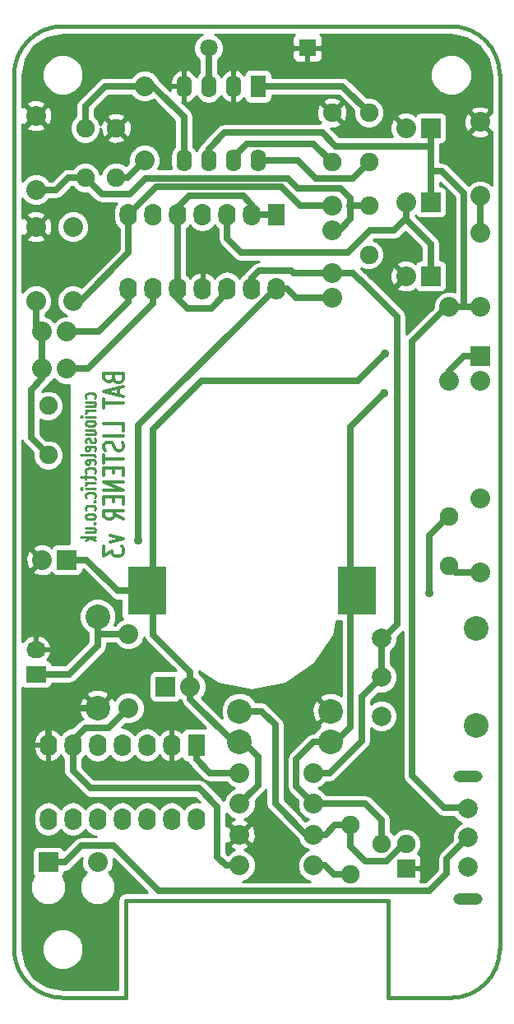
<source format=gbl>
G04 #@! TF.FileFunction,Copper,L2,Bot,Signal*
%FSLAX46Y46*%
G04 Gerber Fmt 4.6, Leading zero omitted, Abs format (unit mm)*
G04 Created by KiCad (PCBNEW 4.0.2-stable) date 02/09/2016 12:40:18*
%MOMM*%
G01*
G04 APERTURE LIST*
%ADD10C,0.150000*%
%ADD11C,0.304800*%
%ADD12C,0.250190*%
%ADD13C,0.381000*%
%ADD14R,4.000000X5.000000*%
%ADD15R,1.778000X2.286000*%
%ADD16O,1.778000X2.286000*%
%ADD17C,2.032000*%
%ADD18R,2.032000X2.032000*%
%ADD19C,2.000000*%
%ADD20O,3.000000X1.200000*%
%ADD21C,1.905000*%
%ADD22C,2.540000*%
%ADD23R,1.905000X1.905000*%
%ADD24R,1.574800X2.286000*%
%ADD25O,1.574800X2.286000*%
%ADD26R,1.800860X1.800860*%
%ADD27C,1.800860*%
%ADD28R,2.032000X1.727200*%
%ADD29O,2.032000X1.727200*%
%ADD30C,0.889000*%
%ADD31C,0.635000*%
%ADD32C,0.254000*%
G04 APERTURE END LIST*
D10*
D11*
X10467857Y63977429D02*
X10564619Y63759715D01*
X10661381Y63687143D01*
X10854905Y63614572D01*
X11145190Y63614572D01*
X11338714Y63687143D01*
X11435476Y63759715D01*
X11532238Y63904857D01*
X11532238Y64485429D01*
X9500238Y64485429D01*
X9500238Y63977429D01*
X9597000Y63832286D01*
X9693762Y63759715D01*
X9887286Y63687143D01*
X10080810Y63687143D01*
X10274333Y63759715D01*
X10371095Y63832286D01*
X10467857Y63977429D01*
X10467857Y64485429D01*
X10951667Y63034000D02*
X10951667Y62308286D01*
X11532238Y63179143D02*
X9500238Y62671143D01*
X11532238Y62163143D01*
X9500238Y61872857D02*
X9500238Y61002000D01*
X11532238Y61437429D02*
X9500238Y61437429D01*
X11532238Y58607143D02*
X11532238Y59332857D01*
X9500238Y59332857D01*
X11532238Y58099143D02*
X9500238Y58099143D01*
X11435476Y57446000D02*
X11532238Y57228286D01*
X11532238Y56865429D01*
X11435476Y56720286D01*
X11338714Y56647715D01*
X11145190Y56575143D01*
X10951667Y56575143D01*
X10758143Y56647715D01*
X10661381Y56720286D01*
X10564619Y56865429D01*
X10467857Y57155715D01*
X10371095Y57300857D01*
X10274333Y57373429D01*
X10080810Y57446000D01*
X9887286Y57446000D01*
X9693762Y57373429D01*
X9597000Y57300857D01*
X9500238Y57155715D01*
X9500238Y56792857D01*
X9597000Y56575143D01*
X9500238Y56139714D02*
X9500238Y55268857D01*
X11532238Y55704286D02*
X9500238Y55704286D01*
X10467857Y54760857D02*
X10467857Y54252857D01*
X11532238Y54035143D02*
X11532238Y54760857D01*
X9500238Y54760857D01*
X9500238Y54035143D01*
X11532238Y53382000D02*
X9500238Y53382000D01*
X11532238Y52511143D01*
X9500238Y52511143D01*
X10467857Y51785429D02*
X10467857Y51277429D01*
X11532238Y51059715D02*
X11532238Y51785429D01*
X9500238Y51785429D01*
X9500238Y51059715D01*
X11532238Y49535715D02*
X10564619Y50043715D01*
X11532238Y50406572D02*
X9500238Y50406572D01*
X9500238Y49826000D01*
X9597000Y49680858D01*
X9693762Y49608286D01*
X9887286Y49535715D01*
X10177571Y49535715D01*
X10371095Y49608286D01*
X10467857Y49680858D01*
X10564619Y49826000D01*
X10564619Y50406572D01*
X10177571Y47866572D02*
X11532238Y47503715D01*
X10177571Y47140857D01*
X9500238Y46705429D02*
X9500238Y45762000D01*
X10274333Y46270000D01*
X10274333Y46052286D01*
X10371095Y45907143D01*
X10467857Y45834572D01*
X10661381Y45762000D01*
X11145190Y45762000D01*
X11338714Y45834572D01*
X11435476Y45907143D01*
X11532238Y46052286D01*
X11532238Y46487714D01*
X11435476Y46632857D01*
X11338714Y46705429D01*
D12*
X8553604Y62006630D02*
X8625087Y62101940D01*
X8625087Y62292561D01*
X8553604Y62387872D01*
X8482121Y62435527D01*
X8339156Y62483182D01*
X7910259Y62483182D01*
X7767293Y62435527D01*
X7695810Y62387872D01*
X7624327Y62292561D01*
X7624327Y62101940D01*
X7695810Y62006630D01*
X7624327Y61148836D02*
X8625087Y61148836D01*
X7624327Y61577733D02*
X8410639Y61577733D01*
X8553604Y61530078D01*
X8625087Y61434767D01*
X8625087Y61291801D01*
X8553604Y61196491D01*
X8482121Y61148836D01*
X8625087Y60672283D02*
X7624327Y60672283D01*
X7910259Y60672283D02*
X7767293Y60624628D01*
X7695810Y60576972D01*
X7624327Y60481662D01*
X7624327Y60386351D01*
X8625087Y60052765D02*
X7624327Y60052765D01*
X7123947Y60052765D02*
X7195430Y60100420D01*
X7266913Y60052765D01*
X7195430Y60005110D01*
X7123947Y60052765D01*
X7266913Y60052765D01*
X8625087Y59433247D02*
X8553604Y59528558D01*
X8482121Y59576213D01*
X8339156Y59623868D01*
X7910259Y59623868D01*
X7767293Y59576213D01*
X7695810Y59528558D01*
X7624327Y59433247D01*
X7624327Y59290281D01*
X7695810Y59194971D01*
X7767293Y59147316D01*
X7910259Y59099660D01*
X8339156Y59099660D01*
X8482121Y59147316D01*
X8553604Y59194971D01*
X8625087Y59290281D01*
X8625087Y59433247D01*
X7624327Y58241866D02*
X8625087Y58241866D01*
X7624327Y58670763D02*
X8410639Y58670763D01*
X8553604Y58623108D01*
X8625087Y58527797D01*
X8625087Y58384831D01*
X8553604Y58289521D01*
X8482121Y58241866D01*
X8553604Y57812968D02*
X8625087Y57717658D01*
X8625087Y57527037D01*
X8553604Y57431726D01*
X8410639Y57384071D01*
X8339156Y57384071D01*
X8196190Y57431726D01*
X8124707Y57527037D01*
X8124707Y57670002D01*
X8053224Y57765313D01*
X7910259Y57812968D01*
X7838776Y57812968D01*
X7695810Y57765313D01*
X7624327Y57670002D01*
X7624327Y57527037D01*
X7695810Y57431726D01*
X8553604Y56573932D02*
X8625087Y56669242D01*
X8625087Y56859863D01*
X8553604Y56955174D01*
X8410639Y57002829D01*
X7838776Y57002829D01*
X7695810Y56955174D01*
X7624327Y56859863D01*
X7624327Y56669242D01*
X7695810Y56573932D01*
X7838776Y56526277D01*
X7981741Y56526277D01*
X8124707Y57002829D01*
X8625087Y55954414D02*
X8553604Y56049725D01*
X8410639Y56097380D01*
X7123947Y56097380D01*
X8553604Y55191930D02*
X8625087Y55287240D01*
X8625087Y55477861D01*
X8553604Y55573172D01*
X8410639Y55620827D01*
X7838776Y55620827D01*
X7695810Y55573172D01*
X7624327Y55477861D01*
X7624327Y55287240D01*
X7695810Y55191930D01*
X7838776Y55144275D01*
X7981741Y55144275D01*
X8124707Y55620827D01*
X8553604Y54286481D02*
X8625087Y54381791D01*
X8625087Y54572412D01*
X8553604Y54667723D01*
X8482121Y54715378D01*
X8339156Y54763033D01*
X7910259Y54763033D01*
X7767293Y54715378D01*
X7695810Y54667723D01*
X7624327Y54572412D01*
X7624327Y54381791D01*
X7695810Y54286481D01*
X7624327Y54000550D02*
X7624327Y53619308D01*
X7123947Y53857584D02*
X8410639Y53857584D01*
X8553604Y53809929D01*
X8625087Y53714618D01*
X8625087Y53619308D01*
X8625087Y53285721D02*
X7624327Y53285721D01*
X7910259Y53285721D02*
X7767293Y53238066D01*
X7695810Y53190410D01*
X7624327Y53095100D01*
X7624327Y52999789D01*
X8625087Y52666203D02*
X7624327Y52666203D01*
X7123947Y52666203D02*
X7195430Y52713858D01*
X7266913Y52666203D01*
X7195430Y52618548D01*
X7123947Y52666203D01*
X7266913Y52666203D01*
X8553604Y51760754D02*
X8625087Y51856064D01*
X8625087Y52046685D01*
X8553604Y52141996D01*
X8482121Y52189651D01*
X8339156Y52237306D01*
X7910259Y52237306D01*
X7767293Y52189651D01*
X7695810Y52141996D01*
X7624327Y52046685D01*
X7624327Y51856064D01*
X7695810Y51760754D01*
X8482121Y51331857D02*
X8553604Y51284202D01*
X8625087Y51331857D01*
X8553604Y51379512D01*
X8482121Y51331857D01*
X8625087Y51331857D01*
X8553604Y50426408D02*
X8625087Y50521718D01*
X8625087Y50712339D01*
X8553604Y50807650D01*
X8482121Y50855305D01*
X8339156Y50902960D01*
X7910259Y50902960D01*
X7767293Y50855305D01*
X7695810Y50807650D01*
X7624327Y50712339D01*
X7624327Y50521718D01*
X7695810Y50426408D01*
X8625087Y49854545D02*
X8553604Y49949856D01*
X8482121Y49997511D01*
X8339156Y50045166D01*
X7910259Y50045166D01*
X7767293Y49997511D01*
X7695810Y49949856D01*
X7624327Y49854545D01*
X7624327Y49711579D01*
X7695810Y49616269D01*
X7767293Y49568614D01*
X7910259Y49520958D01*
X8339156Y49520958D01*
X8482121Y49568614D01*
X8553604Y49616269D01*
X8625087Y49711579D01*
X8625087Y49854545D01*
X8482121Y49092061D02*
X8553604Y49044406D01*
X8625087Y49092061D01*
X8553604Y49139716D01*
X8482121Y49092061D01*
X8625087Y49092061D01*
X7624327Y48186612D02*
X8625087Y48186612D01*
X7624327Y48615509D02*
X8410639Y48615509D01*
X8553604Y48567854D01*
X8625087Y48472543D01*
X8625087Y48329577D01*
X8553604Y48234267D01*
X8482121Y48186612D01*
X8625087Y47710059D02*
X7123947Y47710059D01*
X8053224Y47614748D02*
X8625087Y47328817D01*
X7624327Y47328817D02*
X8196190Y47710059D01*
D13*
X38750000Y250000D02*
X45250000Y250000D01*
X38750000Y10250000D02*
X38750000Y250000D01*
X11750000Y10250000D02*
X38750000Y10250000D01*
X11750000Y250000D02*
X11750000Y10250000D01*
X5250000Y250000D02*
X11750000Y250000D01*
X250000Y5250000D02*
G75*
G03X5250000Y250000I5000000J0D01*
G01*
X45250000Y250000D02*
G75*
G03X50250000Y5250000I0J5000000D01*
G01*
X50250000Y95250000D02*
G75*
G03X45250000Y100250000I-5000000J0D01*
G01*
X5250000Y100250000D02*
G75*
G03X250000Y95250000I0J-5000000D01*
G01*
X45250000Y100250000D02*
X5250000Y100250000D01*
X50250000Y5250000D02*
X50250000Y95250000D01*
X250000Y95250000D02*
X250000Y5250000D01*
D14*
X13920000Y42145000D03*
X35510000Y42145000D03*
D15*
X19000000Y26270000D03*
D16*
X16460000Y26270000D03*
X13920000Y26270000D03*
X11380000Y26270000D03*
X8840000Y26270000D03*
X6300000Y26270000D03*
X3760000Y26270000D03*
X3760000Y18650000D03*
X6300000Y18650000D03*
X8840000Y18650000D03*
X11380000Y18650000D03*
X13920000Y18650000D03*
X16460000Y18650000D03*
X19000000Y18650000D03*
D17*
X18360000Y32300000D03*
D18*
X15820000Y32300000D03*
X3760000Y14205000D03*
D17*
X8840000Y14205000D03*
D19*
X46965400Y16737380D03*
X46940000Y19745000D03*
X46940000Y13745000D03*
D20*
X46940000Y23045000D03*
X46940000Y10445000D03*
D18*
X43130000Y82150000D03*
D17*
X40590000Y82150000D03*
D18*
X43130000Y74530000D03*
D17*
X40590000Y74530000D03*
D21*
X36775000Y91355000D03*
X36775000Y86275000D03*
X32965000Y86275000D03*
X32965000Y91355000D03*
D18*
X43130000Y89770000D03*
D17*
X40590000Y89770000D03*
D21*
X10745000Y84690000D03*
X10745000Y89770000D03*
X7570000Y89770000D03*
X7570000Y84690000D03*
X36775000Y76750000D03*
X36775000Y81830000D03*
D17*
X32965000Y81830000D03*
X32965000Y79290000D03*
D21*
X3760000Y56115000D03*
X3760000Y61195000D03*
X34875000Y12935000D03*
X34875000Y18015000D03*
D17*
X5665000Y65005000D03*
X3125000Y65005000D03*
X5665000Y68815000D03*
X3125000Y68815000D03*
D21*
X45035000Y49765000D03*
X45035000Y44685000D03*
D18*
X5665000Y45320000D03*
D17*
X3125000Y45320000D03*
X32965000Y74845000D03*
X32965000Y72305000D03*
D22*
X8840000Y30080000D03*
X8840000Y39478000D03*
X23440000Y29760000D03*
X32838000Y29760000D03*
X23440000Y26585000D03*
X32838000Y26585000D03*
D23*
X40590000Y13570000D03*
D21*
X40590000Y16110000D03*
X38050000Y16110000D03*
D17*
X48210000Y71355000D03*
X48210000Y78975000D03*
X48210000Y82785000D03*
X48210000Y90405000D03*
X13666000Y94088000D03*
X13666000Y86468000D03*
X2490000Y83420000D03*
X2490000Y91040000D03*
X6300000Y71990000D03*
X6300000Y79610000D03*
X12015000Y30080000D03*
X12015000Y37700000D03*
X31060000Y13885000D03*
X23440000Y13885000D03*
X2490000Y71990000D03*
X2490000Y79610000D03*
X31060000Y17060000D03*
X23440000Y17060000D03*
X48210000Y44050000D03*
X48210000Y51670000D03*
X45035000Y71355000D03*
X45035000Y63735000D03*
X23440000Y23410000D03*
X31060000Y23410000D03*
X23440000Y20235000D03*
X31060000Y20235000D03*
D24*
X25350000Y94088000D03*
D25*
X22810000Y94088000D03*
X20270000Y94088000D03*
X17730000Y94088000D03*
X17730000Y86468000D03*
X20270000Y86468000D03*
X22810000Y86468000D03*
X25350000Y86468000D03*
D18*
X48210000Y66275000D03*
D17*
X48210000Y63735000D03*
D22*
X47800000Y28255000D03*
D19*
X38050000Y37255000D03*
D22*
X47800000Y38255000D03*
D19*
X38050000Y29255000D03*
X38050000Y33255000D03*
D26*
X30430000Y98025000D03*
D27*
X20270000Y98025000D03*
D28*
X2485000Y33570000D03*
D29*
X2485000Y36110000D03*
D15*
X27255000Y80880000D03*
D16*
X24715000Y80880000D03*
X22175000Y80880000D03*
X19635000Y80880000D03*
X17095000Y80880000D03*
X14555000Y80880000D03*
X12015000Y80880000D03*
X12015000Y73260000D03*
X14555000Y73260000D03*
X17095000Y73260000D03*
X19635000Y73260000D03*
X22175000Y73260000D03*
X24715000Y73260000D03*
X27255000Y73260000D03*
D30*
X43003000Y41891000D03*
X38431000Y66529000D03*
X13031000Y47352000D03*
X38304000Y62465000D03*
D31*
X20270000Y86468000D02*
X20270000Y87677000D01*
X33346000Y87926000D02*
X43130000Y87926000D01*
X31949000Y89323000D02*
X33346000Y87926000D01*
X21916000Y89323000D02*
X31949000Y89323000D01*
X20270000Y87677000D02*
X21916000Y89323000D01*
X41225000Y35287000D02*
X41225000Y23095000D01*
X44501600Y19818400D02*
X46965400Y19818400D01*
X41225000Y23095000D02*
X44501600Y19818400D01*
X45035000Y71355000D02*
X44781000Y71355000D01*
X44781000Y71355000D02*
X41225000Y67799000D01*
X41225000Y67799000D02*
X41225000Y35287000D01*
X41225000Y35287000D02*
X41225000Y33509000D01*
X46559000Y71355000D02*
X46559000Y83039000D01*
X46559000Y83039000D02*
X44273000Y85325000D01*
X45035000Y71355000D02*
X46559000Y71355000D01*
X46559000Y71355000D02*
X48210000Y71355000D01*
X20270000Y86468000D02*
X20270000Y87357000D01*
X43130000Y85325000D02*
X44273000Y85325000D01*
X43130000Y89770000D02*
X43130000Y87926000D01*
X43130000Y87926000D02*
X43130000Y87611000D01*
X43130000Y87611000D02*
X43130000Y85325000D01*
X43130000Y85325000D02*
X43130000Y82150000D01*
X8840000Y30080000D02*
X5284000Y30080000D01*
X3760000Y28556000D02*
X3760000Y26270000D01*
X5284000Y30080000D02*
X3760000Y28556000D01*
X22175000Y73260000D02*
X22175000Y72879000D01*
X22175000Y72879000D02*
X20524000Y71228000D01*
X20524000Y71228000D02*
X18111000Y71228000D01*
X18111000Y71228000D02*
X17095000Y72244000D01*
X17095000Y72244000D02*
X17095000Y73260000D01*
X17095000Y80880000D02*
X17095000Y81642000D01*
X17095000Y81642000D02*
X18238000Y82785000D01*
X23826000Y82785000D02*
X24715000Y81896000D01*
X18238000Y82785000D02*
X23826000Y82785000D01*
X24715000Y81896000D02*
X24715000Y80880000D01*
X17095000Y73260000D02*
X17095000Y80880000D01*
X27255000Y80880000D02*
X24715000Y80880000D01*
X7438000Y15917000D02*
X10486000Y15917000D01*
X10486000Y15917000D02*
X15119000Y11284000D01*
X3760000Y14205000D02*
X5472000Y14205000D01*
X7184000Y15917000D02*
X7438000Y15917000D01*
X5472000Y14205000D02*
X7184000Y15917000D01*
X3760000Y14205000D02*
X4395000Y14205000D01*
X44781000Y14552980D02*
X46965400Y16737380D01*
X44781000Y13062000D02*
X44781000Y14552980D01*
X43003000Y11284000D02*
X44781000Y13062000D01*
X15119000Y11284000D02*
X43003000Y11284000D01*
X22175000Y80880000D02*
X22175000Y78396000D01*
X39381000Y79290000D02*
X40590000Y80499000D01*
X36902000Y79290000D02*
X39381000Y79290000D01*
X34616000Y77004000D02*
X36902000Y79290000D01*
X23567000Y77004000D02*
X34616000Y77004000D01*
X22175000Y78396000D02*
X23567000Y77004000D01*
X40590000Y82150000D02*
X40590000Y80499000D01*
X40590000Y80499000D02*
X40590000Y80372000D01*
X43130000Y77832000D02*
X43130000Y74530000D01*
X40590000Y80372000D02*
X43130000Y77832000D01*
X48210000Y82785000D02*
X48210000Y78975000D01*
X36775000Y91355000D02*
X34042000Y94088000D01*
X25350000Y94088000D02*
X34042000Y94088000D01*
X25350000Y86468000D02*
X29470000Y86468000D01*
X35124000Y84624000D02*
X36775000Y86275000D01*
X31314000Y84624000D02*
X35124000Y84624000D01*
X29470000Y86468000D02*
X31314000Y84624000D01*
X22810000Y86468000D02*
X22810000Y86788000D01*
X22810000Y86788000D02*
X24202000Y88180000D01*
X31060000Y88180000D02*
X32965000Y86275000D01*
X24202000Y88180000D02*
X31060000Y88180000D01*
X22810000Y86468000D02*
X22810000Y87103000D01*
X10745000Y84690000D02*
X11888000Y84690000D01*
X11888000Y84690000D02*
X13666000Y86468000D01*
X13666000Y94088000D02*
X14555000Y94088000D01*
X14555000Y94088000D02*
X17730000Y90913000D01*
X17730000Y90913000D02*
X17730000Y86468000D01*
X7570000Y89770000D02*
X7570000Y92056000D01*
X9602000Y94088000D02*
X13666000Y94088000D01*
X7570000Y92056000D02*
X9602000Y94088000D01*
X26361000Y84624000D02*
X28393000Y84624000D01*
X29409000Y83608000D02*
X33854000Y83608000D01*
X28393000Y84624000D02*
X29409000Y83608000D01*
X36775000Y81830000D02*
X34870000Y81830000D01*
X34870000Y81830000D02*
X34743000Y81830000D01*
X34743000Y81830000D02*
X34870000Y81830000D01*
X32965000Y79290000D02*
X33727000Y79290000D01*
X33727000Y79290000D02*
X34870000Y80433000D01*
X34870000Y80433000D02*
X34870000Y81830000D01*
X34870000Y81830000D02*
X34870000Y82592000D01*
X34870000Y82592000D02*
X33854000Y83608000D01*
X9287000Y82973000D02*
X7570000Y84690000D01*
X12137000Y82973000D02*
X9287000Y82973000D01*
X13788000Y84624000D02*
X12137000Y82973000D01*
X26361000Y84624000D02*
X13788000Y84624000D01*
X7570000Y84690000D02*
X7570000Y84436000D01*
X2490000Y83420000D02*
X4522000Y83420000D01*
X5792000Y84690000D02*
X7570000Y84690000D01*
X4522000Y83420000D02*
X5792000Y84690000D01*
X32965000Y81830000D02*
X29663000Y81830000D01*
X14870000Y83735000D02*
X12015000Y80880000D01*
X27758000Y83735000D02*
X14870000Y83735000D01*
X29663000Y81830000D02*
X27758000Y83735000D01*
X12015000Y80880000D02*
X12015000Y81388000D01*
X6300000Y71990000D02*
X7062000Y71990000D01*
X7062000Y71990000D02*
X12015000Y76943000D01*
X12015000Y76943000D02*
X12015000Y80880000D01*
X3125000Y65005000D02*
X3125000Y63989000D01*
X3125000Y63989000D02*
X1982000Y62846000D01*
X1982000Y57893000D02*
X3760000Y56115000D01*
X1982000Y62846000D02*
X1982000Y57893000D01*
X2490000Y71990000D02*
X2490000Y69450000D01*
X2490000Y69450000D02*
X3125000Y68815000D01*
X3125000Y68815000D02*
X3125000Y65005000D01*
X31060000Y13885000D02*
X32203000Y13885000D01*
X33153000Y12935000D02*
X34875000Y12935000D01*
X32203000Y13885000D02*
X33153000Y12935000D01*
X31060000Y17060000D02*
X30298000Y17060000D01*
X30298000Y17060000D02*
X27123000Y20235000D01*
X25726000Y29760000D02*
X23440000Y29760000D01*
X27123000Y28363000D02*
X25726000Y29760000D01*
X27123000Y20235000D02*
X27123000Y28363000D01*
X31060000Y17060000D02*
X32330000Y17060000D01*
X33285000Y18015000D02*
X34875000Y18015000D01*
X32330000Y17060000D02*
X33285000Y18015000D01*
X40590000Y16110000D02*
X40336000Y16110000D01*
X40336000Y16110000D02*
X38558000Y14332000D01*
X38558000Y14332000D02*
X36399000Y14332000D01*
X36399000Y14332000D02*
X34875000Y15856000D01*
X34875000Y15856000D02*
X34875000Y18015000D01*
X5665000Y65005000D02*
X7824000Y65005000D01*
X14555000Y71736000D02*
X14555000Y73260000D01*
X7824000Y65005000D02*
X14555000Y71736000D01*
X48210000Y44050000D02*
X45670000Y44050000D01*
X45670000Y44050000D02*
X45035000Y44685000D01*
X12015000Y73260000D02*
X12015000Y71863000D01*
X8967000Y68815000D02*
X5665000Y68815000D01*
X12015000Y71863000D02*
X8967000Y68815000D01*
X43003000Y41891000D02*
X43003000Y47860000D01*
X45035000Y49765000D02*
X44908000Y49765000D01*
X44908000Y49765000D02*
X43003000Y47860000D01*
X14555000Y42145000D02*
X14555000Y37629000D01*
X18360000Y33824000D02*
X18360000Y32300000D01*
X14555000Y37629000D02*
X18360000Y33824000D01*
X23440000Y26585000D02*
X22805000Y26585000D01*
X22805000Y26585000D02*
X18360000Y31030000D01*
X18360000Y31030000D02*
X18360000Y32300000D01*
X23440000Y26585000D02*
X23821000Y26585000D01*
X23821000Y26585000D02*
X25345000Y25061000D01*
X25345000Y22140000D02*
X23440000Y20235000D01*
X25345000Y25061000D02*
X25345000Y22140000D01*
X23440000Y26585000D02*
X23059000Y26585000D01*
X20016000Y63735000D02*
X35637000Y63735000D01*
X35637000Y63735000D02*
X38431000Y66529000D01*
X20016000Y63735000D02*
X19508000Y63735000D01*
X14555000Y56369000D02*
X14555000Y58782000D01*
X14555000Y58782000D02*
X19508000Y63735000D01*
X14555000Y42145000D02*
X14555000Y56369000D01*
X14555000Y58782000D02*
X19508000Y63735000D01*
X19508000Y63735000D02*
X20651000Y63735000D01*
X20651000Y63735000D02*
X19508000Y63735000D01*
X19508000Y63735000D02*
X14555000Y58782000D01*
X45035000Y63735000D02*
X45035000Y64751000D01*
X45035000Y64751000D02*
X46559000Y66275000D01*
X46559000Y66275000D02*
X48210000Y66275000D01*
X5665000Y45320000D02*
X7697000Y45320000D01*
X7697000Y45320000D02*
X10872000Y42145000D01*
X10872000Y42145000D02*
X14555000Y42145000D01*
X32965000Y74845000D02*
X35124000Y74845000D01*
X35886000Y74083000D02*
X35886000Y74154000D01*
X35124000Y74845000D02*
X35886000Y74083000D01*
X24715000Y73260000D02*
X24715000Y74342000D01*
X24715000Y74342000D02*
X25472000Y75099000D01*
X29028000Y74845000D02*
X32965000Y74845000D01*
X28774000Y75099000D02*
X29028000Y74845000D01*
X25472000Y75099000D02*
X28774000Y75099000D01*
X31060000Y23410000D02*
X32711000Y23410000D01*
X32711000Y23410000D02*
X36013000Y26712000D01*
X36013000Y27855000D02*
X36018000Y27855000D01*
X36013000Y26712000D02*
X36013000Y27855000D01*
X38050000Y37255000D02*
X38240000Y37255000D01*
X38240000Y37255000D02*
X39701000Y38716000D01*
X39701000Y38716000D02*
X39701000Y70339000D01*
X39701000Y70339000D02*
X35886000Y74154000D01*
X38050000Y33255000D02*
X38050000Y37255000D01*
X36018000Y31223000D02*
X38050000Y33255000D01*
X36018000Y27855000D02*
X36018000Y31223000D01*
X27255000Y73260000D02*
X28327000Y73260000D01*
X29282000Y72305000D02*
X32965000Y72305000D01*
X28327000Y73260000D02*
X29282000Y72305000D01*
X23440000Y23410000D02*
X20392000Y23410000D01*
X19000000Y24802000D02*
X19000000Y26270000D01*
X20392000Y23410000D02*
X19000000Y24802000D01*
X27128000Y73260000D02*
X13031000Y59163000D01*
X13031000Y59163000D02*
X13031000Y47352000D01*
X27255000Y73260000D02*
X27128000Y73260000D01*
X19000000Y26270000D02*
X19000000Y25381000D01*
X2485000Y33570000D02*
X5914000Y33570000D01*
X8840000Y36496000D02*
X8840000Y39478000D01*
X5914000Y33570000D02*
X8840000Y36496000D01*
X12015000Y37700000D02*
X8840000Y37700000D01*
X8840000Y37700000D02*
X8840000Y37385000D01*
X8840000Y37385000D02*
X8840000Y39478000D01*
X32838000Y26585000D02*
X31060000Y26585000D01*
X31060000Y26585000D02*
X29282000Y24807000D01*
X29282000Y24807000D02*
X29282000Y24553000D01*
X29282000Y24553000D02*
X29282000Y22013000D01*
X29282000Y22013000D02*
X31060000Y20235000D01*
X31060000Y20235000D02*
X36394000Y20235000D01*
X38050000Y18579000D02*
X38050000Y16110000D01*
X36394000Y20235000D02*
X38050000Y18579000D01*
X32838000Y26585000D02*
X33346000Y26585000D01*
X33346000Y26585000D02*
X34870000Y28109000D01*
X34870000Y28998000D02*
X34875000Y28998000D01*
X34870000Y28109000D02*
X34870000Y28998000D01*
X34875000Y29760000D02*
X34875000Y28998000D01*
X34875000Y42145000D02*
X34875000Y59036000D01*
X34875000Y59036000D02*
X38304000Y62465000D01*
X34875000Y29760000D02*
X34875000Y42145000D01*
X20270000Y98025000D02*
X20270000Y94088000D01*
X23440000Y13885000D02*
X22043000Y13885000D01*
X21154000Y17314000D02*
X21159000Y17314000D01*
X21154000Y14774000D02*
X21154000Y17314000D01*
X22043000Y13885000D02*
X21154000Y14774000D01*
X21159000Y17314000D02*
X21159000Y19920000D01*
X21159000Y19920000D02*
X19254000Y21825000D01*
X19254000Y21825000D02*
X8078000Y21825000D01*
X8078000Y21825000D02*
X6300000Y23603000D01*
X6300000Y23603000D02*
X6300000Y26270000D01*
X6300000Y26270000D02*
X6300000Y26778000D01*
X6300000Y26778000D02*
X7570000Y28048000D01*
X7570000Y28048000D02*
X9983000Y28048000D01*
X9983000Y28048000D02*
X12015000Y30080000D01*
D32*
G36*
X13675005Y37264494D02*
X13881481Y36955481D01*
X16883050Y33953912D01*
X16836000Y33963440D01*
X14804000Y33963440D01*
X14568683Y33919162D01*
X14352559Y33780090D01*
X14207569Y33567890D01*
X14156560Y33316000D01*
X14156560Y31284000D01*
X14200838Y31048683D01*
X14339910Y30832559D01*
X14552110Y30687569D01*
X14804000Y30636560D01*
X16836000Y30636560D01*
X17071317Y30680838D01*
X17287441Y30819910D01*
X17375713Y30949100D01*
X17423563Y30901166D01*
X17433988Y30896837D01*
X17480005Y30665494D01*
X17686481Y30356481D01*
X20006270Y28036692D01*
X19889000Y28060440D01*
X18111000Y28060440D01*
X17875683Y28016162D01*
X17659559Y27877090D01*
X17514569Y27664890D01*
X17505316Y27619197D01*
X17447829Y27691433D01*
X16925878Y27980593D01*
X16823013Y28004134D01*
X16587000Y27883330D01*
X16587000Y26397000D01*
X16607000Y26397000D01*
X16607000Y26143000D01*
X16587000Y26143000D01*
X16587000Y24656670D01*
X16823013Y24535866D01*
X16925878Y24559407D01*
X17447829Y24848567D01*
X17502924Y24917797D01*
X17507838Y24891683D01*
X17646910Y24675559D01*
X17859110Y24530569D01*
X18111000Y24479560D01*
X18111638Y24479560D01*
X18120005Y24437494D01*
X18326481Y24128481D01*
X19718481Y22736481D01*
X20027494Y22530005D01*
X20392000Y22457500D01*
X22058007Y22457500D01*
X22503563Y22011166D01*
X22958291Y21822346D01*
X22506005Y21635466D01*
X22041166Y21171437D01*
X21810385Y20615653D01*
X19927519Y22498519D01*
X19618506Y22704995D01*
X19254000Y22777500D01*
X8472538Y22777500D01*
X7252500Y23997538D01*
X7252500Y24819926D01*
X7377631Y24903536D01*
X7570000Y25191437D01*
X7762369Y24903536D01*
X8256790Y24573175D01*
X8840000Y24457167D01*
X9423210Y24573175D01*
X9917631Y24903536D01*
X10110000Y25191437D01*
X10302369Y24903536D01*
X10796790Y24573175D01*
X11380000Y24457167D01*
X11963210Y24573175D01*
X12457631Y24903536D01*
X12650000Y25191437D01*
X12842369Y24903536D01*
X13336790Y24573175D01*
X13920000Y24457167D01*
X14503210Y24573175D01*
X14997631Y24903536D01*
X15194248Y25197794D01*
X15472171Y24848567D01*
X15994122Y24559407D01*
X16096987Y24535866D01*
X16333000Y24656670D01*
X16333000Y26143000D01*
X16313000Y26143000D01*
X16313000Y26397000D01*
X16333000Y26397000D01*
X16333000Y27883330D01*
X16096987Y28004134D01*
X15994122Y27980593D01*
X15472171Y27691433D01*
X15194248Y27342206D01*
X14997631Y27636464D01*
X14503210Y27966825D01*
X13920000Y28082833D01*
X13336790Y27966825D01*
X12842369Y27636464D01*
X12650000Y27348563D01*
X12457631Y27636464D01*
X11963210Y27966825D01*
X11380000Y28082833D01*
X11361114Y28079076D01*
X11711302Y28429264D01*
X12341963Y28428714D01*
X12948995Y28679534D01*
X13413834Y29143563D01*
X13665713Y29750155D01*
X13666286Y30406963D01*
X13415466Y31013995D01*
X12951437Y31478834D01*
X12344845Y31730713D01*
X11688037Y31731286D01*
X11081005Y31480466D01*
X10616166Y31016437D01*
X10570074Y30905436D01*
X10482657Y31116480D01*
X10187777Y31248172D01*
X9019605Y30080000D01*
X9033748Y30065857D01*
X8854143Y29886252D01*
X8840000Y29900395D01*
X8825858Y29886252D01*
X8646253Y30065857D01*
X8660395Y30080000D01*
X7492223Y31248172D01*
X7197343Y31116480D01*
X6925739Y30408964D01*
X6945564Y29651368D01*
X7197343Y29043520D01*
X7378822Y28962472D01*
X7205494Y28927995D01*
X6896481Y28721519D01*
X6247315Y28072353D01*
X5716790Y27966825D01*
X5222369Y27636464D01*
X5025752Y27342206D01*
X4747829Y27691433D01*
X4225878Y27980593D01*
X4123013Y28004134D01*
X3887000Y27883330D01*
X3887000Y26397000D01*
X3907000Y26397000D01*
X3907000Y26143000D01*
X3887000Y26143000D01*
X3887000Y24656670D01*
X4123013Y24535866D01*
X4225878Y24559407D01*
X4747829Y24848567D01*
X5025752Y25197794D01*
X5222369Y24903536D01*
X5347500Y24819926D01*
X5347500Y23603000D01*
X5420005Y23238494D01*
X5626481Y22929481D01*
X7404481Y21151481D01*
X7713494Y20945005D01*
X8078000Y20872500D01*
X18859462Y20872500D01*
X19335955Y20396007D01*
X19000000Y20462833D01*
X18416790Y20346825D01*
X17922369Y20016464D01*
X17730000Y19728563D01*
X17537631Y20016464D01*
X17043210Y20346825D01*
X16460000Y20462833D01*
X15876790Y20346825D01*
X15382369Y20016464D01*
X15190000Y19728563D01*
X14997631Y20016464D01*
X14503210Y20346825D01*
X13920000Y20462833D01*
X13336790Y20346825D01*
X12842369Y20016464D01*
X12650000Y19728563D01*
X12457631Y20016464D01*
X11963210Y20346825D01*
X11380000Y20462833D01*
X10796790Y20346825D01*
X10302369Y20016464D01*
X10110000Y19728563D01*
X9917631Y20016464D01*
X9423210Y20346825D01*
X8840000Y20462833D01*
X8256790Y20346825D01*
X7762369Y20016464D01*
X7570000Y19728563D01*
X7377631Y20016464D01*
X6883210Y20346825D01*
X6300000Y20462833D01*
X5716790Y20346825D01*
X5222369Y20016464D01*
X5030000Y19728563D01*
X4837631Y20016464D01*
X4343210Y20346825D01*
X3760000Y20462833D01*
X3176790Y20346825D01*
X2682369Y20016464D01*
X2352008Y19522043D01*
X2236000Y18938833D01*
X2236000Y18361167D01*
X2352008Y17777957D01*
X2682369Y17283536D01*
X3176790Y16953175D01*
X3760000Y16837167D01*
X4343210Y16953175D01*
X4837631Y17283536D01*
X5030000Y17571437D01*
X5222369Y17283536D01*
X5716790Y16953175D01*
X6300000Y16837167D01*
X6883210Y16953175D01*
X7377631Y17283536D01*
X7570000Y17571437D01*
X7762369Y17283536D01*
X8256790Y16953175D01*
X8677451Y16869500D01*
X7184000Y16869500D01*
X6819494Y16796995D01*
X6510481Y16590519D01*
X5378033Y15458071D01*
X5240090Y15672441D01*
X5027890Y15817431D01*
X4776000Y15868440D01*
X2744000Y15868440D01*
X2508683Y15824162D01*
X2292559Y15685090D01*
X2147569Y15472890D01*
X2096560Y15221000D01*
X2096560Y13189000D01*
X2140838Y12953683D01*
X2263160Y12763590D01*
X2205270Y12705801D01*
X1925319Y12031605D01*
X1924682Y11301597D01*
X2203455Y10626914D01*
X2719199Y10110270D01*
X3393395Y9830319D01*
X4123403Y9829682D01*
X4798086Y10108455D01*
X5314730Y10624199D01*
X5594681Y11298395D01*
X5595318Y12028403D01*
X5316545Y12703086D01*
X5254795Y12764944D01*
X5372431Y12937110D01*
X5423440Y13189000D01*
X5423440Y13252500D01*
X5472000Y13252500D01*
X5836506Y13325005D01*
X6145519Y13531481D01*
X7232045Y14618007D01*
X7178184Y14473358D01*
X7201986Y13816981D01*
X7407378Y13321120D01*
X7675891Y13220499D01*
X7561651Y13106259D01*
X7623985Y13043925D01*
X7285270Y12705801D01*
X7005319Y12031605D01*
X7004682Y11301597D01*
X7283455Y10626914D01*
X7799199Y10110270D01*
X8473395Y9830319D01*
X9203403Y9829682D01*
X9878086Y10108455D01*
X10394730Y10624199D01*
X10674681Y11298395D01*
X10675318Y12028403D01*
X10396545Y12703086D01*
X10056157Y13044067D01*
X10118349Y13106259D01*
X10004109Y13220499D01*
X10272622Y13321120D01*
X10501816Y13936642D01*
X10478581Y14577381D01*
X13980461Y11075500D01*
X11750000Y11075500D01*
X11434095Y11012663D01*
X11166283Y10833717D01*
X10987337Y10565905D01*
X10924500Y10250000D01*
X10924500Y1075500D01*
X5331303Y1075500D01*
X3658678Y1408206D01*
X2309618Y2309618D01*
X1408206Y3658677D01*
X1175776Y4827185D01*
X3114630Y4827185D01*
X3438980Y4042200D01*
X4039041Y3441091D01*
X4823459Y3115372D01*
X5672815Y3114630D01*
X6457800Y3438980D01*
X7058909Y4039041D01*
X7384628Y4823459D01*
X7385370Y5672815D01*
X7061020Y6457800D01*
X6460959Y7058909D01*
X5676541Y7384628D01*
X4827185Y7385370D01*
X4042200Y7061020D01*
X3441091Y6460959D01*
X3115372Y5676541D01*
X3114630Y4827185D01*
X1175776Y4827185D01*
X1075500Y5331303D01*
X1075500Y26143000D01*
X2236000Y26143000D01*
X2236000Y25889000D01*
X2400608Y25315458D01*
X2772171Y24848567D01*
X3294122Y24559407D01*
X3396987Y24535866D01*
X3633000Y24656670D01*
X3633000Y26143000D01*
X2236000Y26143000D01*
X1075500Y26143000D01*
X1075500Y26651000D01*
X2236000Y26651000D01*
X2236000Y26397000D01*
X3633000Y26397000D01*
X3633000Y27883330D01*
X3396987Y28004134D01*
X3294122Y27980593D01*
X2772171Y27691433D01*
X2400608Y27224542D01*
X2236000Y26651000D01*
X1075500Y26651000D01*
X1075500Y31427777D01*
X7671828Y31427777D01*
X8840000Y30259605D01*
X10008172Y31427777D01*
X9876480Y31722657D01*
X9168964Y31994261D01*
X8411368Y31974436D01*
X7803520Y31722657D01*
X7671828Y31427777D01*
X1075500Y31427777D01*
X1075500Y32206727D01*
X1217110Y32109969D01*
X1469000Y32058960D01*
X3501000Y32058960D01*
X3736317Y32103238D01*
X3952441Y32242310D01*
X4097431Y32454510D01*
X4130437Y32617500D01*
X5914000Y32617500D01*
X6278506Y32690005D01*
X6587519Y32896481D01*
X9513519Y35822481D01*
X9719995Y36131494D01*
X9792500Y36496000D01*
X9792500Y36747500D01*
X10633007Y36747500D01*
X11078563Y36301166D01*
X11685155Y36049287D01*
X12341963Y36048714D01*
X12948995Y36299534D01*
X13413834Y36763563D01*
X13657785Y37351063D01*
X13675005Y37264494D01*
X13675005Y37264494D01*
G37*
X13675005Y37264494D02*
X13881481Y36955481D01*
X16883050Y33953912D01*
X16836000Y33963440D01*
X14804000Y33963440D01*
X14568683Y33919162D01*
X14352559Y33780090D01*
X14207569Y33567890D01*
X14156560Y33316000D01*
X14156560Y31284000D01*
X14200838Y31048683D01*
X14339910Y30832559D01*
X14552110Y30687569D01*
X14804000Y30636560D01*
X16836000Y30636560D01*
X17071317Y30680838D01*
X17287441Y30819910D01*
X17375713Y30949100D01*
X17423563Y30901166D01*
X17433988Y30896837D01*
X17480005Y30665494D01*
X17686481Y30356481D01*
X20006270Y28036692D01*
X19889000Y28060440D01*
X18111000Y28060440D01*
X17875683Y28016162D01*
X17659559Y27877090D01*
X17514569Y27664890D01*
X17505316Y27619197D01*
X17447829Y27691433D01*
X16925878Y27980593D01*
X16823013Y28004134D01*
X16587000Y27883330D01*
X16587000Y26397000D01*
X16607000Y26397000D01*
X16607000Y26143000D01*
X16587000Y26143000D01*
X16587000Y24656670D01*
X16823013Y24535866D01*
X16925878Y24559407D01*
X17447829Y24848567D01*
X17502924Y24917797D01*
X17507838Y24891683D01*
X17646910Y24675559D01*
X17859110Y24530569D01*
X18111000Y24479560D01*
X18111638Y24479560D01*
X18120005Y24437494D01*
X18326481Y24128481D01*
X19718481Y22736481D01*
X20027494Y22530005D01*
X20392000Y22457500D01*
X22058007Y22457500D01*
X22503563Y22011166D01*
X22958291Y21822346D01*
X22506005Y21635466D01*
X22041166Y21171437D01*
X21810385Y20615653D01*
X19927519Y22498519D01*
X19618506Y22704995D01*
X19254000Y22777500D01*
X8472538Y22777500D01*
X7252500Y23997538D01*
X7252500Y24819926D01*
X7377631Y24903536D01*
X7570000Y25191437D01*
X7762369Y24903536D01*
X8256790Y24573175D01*
X8840000Y24457167D01*
X9423210Y24573175D01*
X9917631Y24903536D01*
X10110000Y25191437D01*
X10302369Y24903536D01*
X10796790Y24573175D01*
X11380000Y24457167D01*
X11963210Y24573175D01*
X12457631Y24903536D01*
X12650000Y25191437D01*
X12842369Y24903536D01*
X13336790Y24573175D01*
X13920000Y24457167D01*
X14503210Y24573175D01*
X14997631Y24903536D01*
X15194248Y25197794D01*
X15472171Y24848567D01*
X15994122Y24559407D01*
X16096987Y24535866D01*
X16333000Y24656670D01*
X16333000Y26143000D01*
X16313000Y26143000D01*
X16313000Y26397000D01*
X16333000Y26397000D01*
X16333000Y27883330D01*
X16096987Y28004134D01*
X15994122Y27980593D01*
X15472171Y27691433D01*
X15194248Y27342206D01*
X14997631Y27636464D01*
X14503210Y27966825D01*
X13920000Y28082833D01*
X13336790Y27966825D01*
X12842369Y27636464D01*
X12650000Y27348563D01*
X12457631Y27636464D01*
X11963210Y27966825D01*
X11380000Y28082833D01*
X11361114Y28079076D01*
X11711302Y28429264D01*
X12341963Y28428714D01*
X12948995Y28679534D01*
X13413834Y29143563D01*
X13665713Y29750155D01*
X13666286Y30406963D01*
X13415466Y31013995D01*
X12951437Y31478834D01*
X12344845Y31730713D01*
X11688037Y31731286D01*
X11081005Y31480466D01*
X10616166Y31016437D01*
X10570074Y30905436D01*
X10482657Y31116480D01*
X10187777Y31248172D01*
X9019605Y30080000D01*
X9033748Y30065857D01*
X8854143Y29886252D01*
X8840000Y29900395D01*
X8825858Y29886252D01*
X8646253Y30065857D01*
X8660395Y30080000D01*
X7492223Y31248172D01*
X7197343Y31116480D01*
X6925739Y30408964D01*
X6945564Y29651368D01*
X7197343Y29043520D01*
X7378822Y28962472D01*
X7205494Y28927995D01*
X6896481Y28721519D01*
X6247315Y28072353D01*
X5716790Y27966825D01*
X5222369Y27636464D01*
X5025752Y27342206D01*
X4747829Y27691433D01*
X4225878Y27980593D01*
X4123013Y28004134D01*
X3887000Y27883330D01*
X3887000Y26397000D01*
X3907000Y26397000D01*
X3907000Y26143000D01*
X3887000Y26143000D01*
X3887000Y24656670D01*
X4123013Y24535866D01*
X4225878Y24559407D01*
X4747829Y24848567D01*
X5025752Y25197794D01*
X5222369Y24903536D01*
X5347500Y24819926D01*
X5347500Y23603000D01*
X5420005Y23238494D01*
X5626481Y22929481D01*
X7404481Y21151481D01*
X7713494Y20945005D01*
X8078000Y20872500D01*
X18859462Y20872500D01*
X19335955Y20396007D01*
X19000000Y20462833D01*
X18416790Y20346825D01*
X17922369Y20016464D01*
X17730000Y19728563D01*
X17537631Y20016464D01*
X17043210Y20346825D01*
X16460000Y20462833D01*
X15876790Y20346825D01*
X15382369Y20016464D01*
X15190000Y19728563D01*
X14997631Y20016464D01*
X14503210Y20346825D01*
X13920000Y20462833D01*
X13336790Y20346825D01*
X12842369Y20016464D01*
X12650000Y19728563D01*
X12457631Y20016464D01*
X11963210Y20346825D01*
X11380000Y20462833D01*
X10796790Y20346825D01*
X10302369Y20016464D01*
X10110000Y19728563D01*
X9917631Y20016464D01*
X9423210Y20346825D01*
X8840000Y20462833D01*
X8256790Y20346825D01*
X7762369Y20016464D01*
X7570000Y19728563D01*
X7377631Y20016464D01*
X6883210Y20346825D01*
X6300000Y20462833D01*
X5716790Y20346825D01*
X5222369Y20016464D01*
X5030000Y19728563D01*
X4837631Y20016464D01*
X4343210Y20346825D01*
X3760000Y20462833D01*
X3176790Y20346825D01*
X2682369Y20016464D01*
X2352008Y19522043D01*
X2236000Y18938833D01*
X2236000Y18361167D01*
X2352008Y17777957D01*
X2682369Y17283536D01*
X3176790Y16953175D01*
X3760000Y16837167D01*
X4343210Y16953175D01*
X4837631Y17283536D01*
X5030000Y17571437D01*
X5222369Y17283536D01*
X5716790Y16953175D01*
X6300000Y16837167D01*
X6883210Y16953175D01*
X7377631Y17283536D01*
X7570000Y17571437D01*
X7762369Y17283536D01*
X8256790Y16953175D01*
X8677451Y16869500D01*
X7184000Y16869500D01*
X6819494Y16796995D01*
X6510481Y16590519D01*
X5378033Y15458071D01*
X5240090Y15672441D01*
X5027890Y15817431D01*
X4776000Y15868440D01*
X2744000Y15868440D01*
X2508683Y15824162D01*
X2292559Y15685090D01*
X2147569Y15472890D01*
X2096560Y15221000D01*
X2096560Y13189000D01*
X2140838Y12953683D01*
X2263160Y12763590D01*
X2205270Y12705801D01*
X1925319Y12031605D01*
X1924682Y11301597D01*
X2203455Y10626914D01*
X2719199Y10110270D01*
X3393395Y9830319D01*
X4123403Y9829682D01*
X4798086Y10108455D01*
X5314730Y10624199D01*
X5594681Y11298395D01*
X5595318Y12028403D01*
X5316545Y12703086D01*
X5254795Y12764944D01*
X5372431Y12937110D01*
X5423440Y13189000D01*
X5423440Y13252500D01*
X5472000Y13252500D01*
X5836506Y13325005D01*
X6145519Y13531481D01*
X7232045Y14618007D01*
X7178184Y14473358D01*
X7201986Y13816981D01*
X7407378Y13321120D01*
X7675891Y13220499D01*
X7561651Y13106259D01*
X7623985Y13043925D01*
X7285270Y12705801D01*
X7005319Y12031605D01*
X7004682Y11301597D01*
X7283455Y10626914D01*
X7799199Y10110270D01*
X8473395Y9830319D01*
X9203403Y9829682D01*
X9878086Y10108455D01*
X10394730Y10624199D01*
X10674681Y11298395D01*
X10675318Y12028403D01*
X10396545Y12703086D01*
X10056157Y13044067D01*
X10118349Y13106259D01*
X10004109Y13220499D01*
X10272622Y13321120D01*
X10501816Y13936642D01*
X10478581Y14577381D01*
X13980461Y11075500D01*
X11750000Y11075500D01*
X11434095Y11012663D01*
X11166283Y10833717D01*
X10987337Y10565905D01*
X10924500Y10250000D01*
X10924500Y1075500D01*
X5331303Y1075500D01*
X3658678Y1408206D01*
X2309618Y2309618D01*
X1408206Y3658677D01*
X1175776Y4827185D01*
X3114630Y4827185D01*
X3438980Y4042200D01*
X4039041Y3441091D01*
X4823459Y3115372D01*
X5672815Y3114630D01*
X6457800Y3438980D01*
X7058909Y4039041D01*
X7384628Y4823459D01*
X7385370Y5672815D01*
X7061020Y6457800D01*
X6460959Y7058909D01*
X5676541Y7384628D01*
X4827185Y7385370D01*
X4042200Y7061020D01*
X3441091Y6460959D01*
X3115372Y5676541D01*
X3114630Y4827185D01*
X1175776Y4827185D01*
X1075500Y5331303D01*
X1075500Y26143000D01*
X2236000Y26143000D01*
X2236000Y25889000D01*
X2400608Y25315458D01*
X2772171Y24848567D01*
X3294122Y24559407D01*
X3396987Y24535866D01*
X3633000Y24656670D01*
X3633000Y26143000D01*
X2236000Y26143000D01*
X1075500Y26143000D01*
X1075500Y26651000D01*
X2236000Y26651000D01*
X2236000Y26397000D01*
X3633000Y26397000D01*
X3633000Y27883330D01*
X3396987Y28004134D01*
X3294122Y27980593D01*
X2772171Y27691433D01*
X2400608Y27224542D01*
X2236000Y26651000D01*
X1075500Y26651000D01*
X1075500Y31427777D01*
X7671828Y31427777D01*
X8840000Y30259605D01*
X10008172Y31427777D01*
X9876480Y31722657D01*
X9168964Y31994261D01*
X8411368Y31974436D01*
X7803520Y31722657D01*
X7671828Y31427777D01*
X1075500Y31427777D01*
X1075500Y32206727D01*
X1217110Y32109969D01*
X1469000Y32058960D01*
X3501000Y32058960D01*
X3736317Y32103238D01*
X3952441Y32242310D01*
X4097431Y32454510D01*
X4130437Y32617500D01*
X5914000Y32617500D01*
X6278506Y32690005D01*
X6587519Y32896481D01*
X9513519Y35822481D01*
X9719995Y36131494D01*
X9792500Y36496000D01*
X9792500Y36747500D01*
X10633007Y36747500D01*
X11078563Y36301166D01*
X11685155Y36049287D01*
X12341963Y36048714D01*
X12948995Y36299534D01*
X13413834Y36763563D01*
X13657785Y37351063D01*
X13675005Y37264494D01*
G36*
X40272500Y23095000D02*
X40345005Y22730494D01*
X40551481Y22421481D01*
X43828081Y19144881D01*
X44137094Y18938405D01*
X44501600Y18865900D01*
X45534164Y18865900D01*
X45553106Y18820057D01*
X46012637Y18359722D01*
X46310723Y18235946D01*
X46040457Y18124274D01*
X45580122Y17664743D01*
X45330684Y17064028D01*
X45330147Y16449165D01*
X44107481Y15226499D01*
X43901005Y14917486D01*
X43828500Y14552980D01*
X43828500Y13456538D01*
X42608462Y12236500D01*
X42059525Y12236500D01*
X42080827Y12257802D01*
X42177500Y12491191D01*
X42177500Y13284250D01*
X42018750Y13443000D01*
X40717000Y13443000D01*
X40717000Y13423000D01*
X40463000Y13423000D01*
X40463000Y13443000D01*
X40443000Y13443000D01*
X40443000Y13697000D01*
X40463000Y13697000D01*
X40463000Y13717000D01*
X40717000Y13717000D01*
X40717000Y13697000D01*
X42018750Y13697000D01*
X42177500Y13855750D01*
X42177500Y14648809D01*
X42080827Y14882198D01*
X41902199Y15060827D01*
X41820090Y15094838D01*
X41935032Y15209579D01*
X42177224Y15792841D01*
X42177775Y16424388D01*
X41936602Y17008072D01*
X41490421Y17455032D01*
X40907159Y17697224D01*
X40275612Y17697775D01*
X39691928Y17456602D01*
X39319743Y17085065D01*
X39002500Y17402862D01*
X39002500Y18579000D01*
X38929995Y18943506D01*
X38723519Y19252519D01*
X37067519Y20908519D01*
X36758506Y21114995D01*
X36394000Y21187500D01*
X32441993Y21187500D01*
X31996437Y21633834D01*
X31541709Y21822654D01*
X31993995Y22009534D01*
X32442743Y22457500D01*
X32711000Y22457500D01*
X33075506Y22530005D01*
X33384519Y22736481D01*
X36686519Y26038481D01*
X36892995Y26347494D01*
X36965500Y26712000D01*
X36965500Y27829863D01*
X36970500Y27855000D01*
X36970500Y28022125D01*
X37122637Y27869722D01*
X37723352Y27620284D01*
X38373795Y27619716D01*
X38974943Y27868106D01*
X39435278Y28327637D01*
X39684716Y28928352D01*
X39685284Y29578795D01*
X39436894Y30179943D01*
X38977363Y30640278D01*
X38376648Y30889716D01*
X37726205Y30890284D01*
X37125057Y30641894D01*
X36970500Y30487607D01*
X36970500Y30828462D01*
X37762288Y31620250D01*
X38373795Y31619716D01*
X38974943Y31868106D01*
X39435278Y32327637D01*
X39684716Y32928352D01*
X39685284Y33578795D01*
X39436894Y34179943D01*
X39002500Y34615097D01*
X39002500Y35895615D01*
X39435278Y36327637D01*
X39684716Y36928352D01*
X39685087Y37353049D01*
X40272500Y37940462D01*
X40272500Y23095000D01*
X40272500Y23095000D01*
G37*
X40272500Y23095000D02*
X40345005Y22730494D01*
X40551481Y22421481D01*
X43828081Y19144881D01*
X44137094Y18938405D01*
X44501600Y18865900D01*
X45534164Y18865900D01*
X45553106Y18820057D01*
X46012637Y18359722D01*
X46310723Y18235946D01*
X46040457Y18124274D01*
X45580122Y17664743D01*
X45330684Y17064028D01*
X45330147Y16449165D01*
X44107481Y15226499D01*
X43901005Y14917486D01*
X43828500Y14552980D01*
X43828500Y13456538D01*
X42608462Y12236500D01*
X42059525Y12236500D01*
X42080827Y12257802D01*
X42177500Y12491191D01*
X42177500Y13284250D01*
X42018750Y13443000D01*
X40717000Y13443000D01*
X40717000Y13423000D01*
X40463000Y13423000D01*
X40463000Y13443000D01*
X40443000Y13443000D01*
X40443000Y13697000D01*
X40463000Y13697000D01*
X40463000Y13717000D01*
X40717000Y13717000D01*
X40717000Y13697000D01*
X42018750Y13697000D01*
X42177500Y13855750D01*
X42177500Y14648809D01*
X42080827Y14882198D01*
X41902199Y15060827D01*
X41820090Y15094838D01*
X41935032Y15209579D01*
X42177224Y15792841D01*
X42177775Y16424388D01*
X41936602Y17008072D01*
X41490421Y17455032D01*
X40907159Y17697224D01*
X40275612Y17697775D01*
X39691928Y17456602D01*
X39319743Y17085065D01*
X39002500Y17402862D01*
X39002500Y18579000D01*
X38929995Y18943506D01*
X38723519Y19252519D01*
X37067519Y20908519D01*
X36758506Y21114995D01*
X36394000Y21187500D01*
X32441993Y21187500D01*
X31996437Y21633834D01*
X31541709Y21822654D01*
X31993995Y22009534D01*
X32442743Y22457500D01*
X32711000Y22457500D01*
X33075506Y22530005D01*
X33384519Y22736481D01*
X36686519Y26038481D01*
X36892995Y26347494D01*
X36965500Y26712000D01*
X36965500Y27829863D01*
X36970500Y27855000D01*
X36970500Y28022125D01*
X37122637Y27869722D01*
X37723352Y27620284D01*
X38373795Y27619716D01*
X38974943Y27868106D01*
X39435278Y28327637D01*
X39684716Y28928352D01*
X39685284Y29578795D01*
X39436894Y30179943D01*
X38977363Y30640278D01*
X38376648Y30889716D01*
X37726205Y30890284D01*
X37125057Y30641894D01*
X36970500Y30487607D01*
X36970500Y30828462D01*
X37762288Y31620250D01*
X38373795Y31619716D01*
X38974943Y31868106D01*
X39435278Y32327637D01*
X39684716Y32928352D01*
X39685284Y33578795D01*
X39436894Y34179943D01*
X39002500Y34615097D01*
X39002500Y35895615D01*
X39435278Y36327637D01*
X39684716Y36928352D01*
X39685087Y37353049D01*
X40272500Y37940462D01*
X40272500Y23095000D01*
G36*
X26170500Y20235000D02*
X26243005Y19870494D01*
X26449481Y19561481D01*
X29500807Y16510155D01*
X29659534Y16126005D01*
X30123563Y15661166D01*
X30578291Y15472346D01*
X30126005Y15285466D01*
X29661166Y14821437D01*
X29409287Y14214845D01*
X29408714Y13558037D01*
X29659534Y12951005D01*
X30123563Y12486166D01*
X30724826Y12236500D01*
X23773706Y12236500D01*
X24373995Y12484534D01*
X24838834Y12948563D01*
X25090713Y13555155D01*
X25091286Y14211963D01*
X24840466Y14818995D01*
X24376437Y15283834D01*
X23936008Y15466716D01*
X24323880Y15627378D01*
X24424502Y15895893D01*
X23440000Y16880395D01*
X22455498Y15895893D01*
X22556120Y15627378D01*
X22965013Y15475124D01*
X22506005Y15285466D01*
X22247563Y15027475D01*
X22106500Y15168538D01*
X22106500Y16138976D01*
X22275893Y16075498D01*
X23260395Y17060000D01*
X23619605Y17060000D01*
X24604107Y16075498D01*
X24872622Y16176120D01*
X25101816Y16791642D01*
X25078014Y17448019D01*
X24872622Y17943880D01*
X24604107Y18044502D01*
X23619605Y17060000D01*
X23260395Y17060000D01*
X22275893Y18044502D01*
X22111500Y17982898D01*
X22111500Y19228913D01*
X22503563Y18836166D01*
X22943992Y18653284D01*
X22556120Y18492622D01*
X22455498Y18224107D01*
X23440000Y17239605D01*
X24424502Y18224107D01*
X24323880Y18492622D01*
X23914987Y18644876D01*
X24373995Y18834534D01*
X24838834Y19298563D01*
X25090713Y19905155D01*
X25091266Y20539228D01*
X26018519Y21466481D01*
X26170500Y21693937D01*
X26170500Y20235000D01*
X26170500Y20235000D01*
G37*
X26170500Y20235000D02*
X26243005Y19870494D01*
X26449481Y19561481D01*
X29500807Y16510155D01*
X29659534Y16126005D01*
X30123563Y15661166D01*
X30578291Y15472346D01*
X30126005Y15285466D01*
X29661166Y14821437D01*
X29409287Y14214845D01*
X29408714Y13558037D01*
X29659534Y12951005D01*
X30123563Y12486166D01*
X30724826Y12236500D01*
X23773706Y12236500D01*
X24373995Y12484534D01*
X24838834Y12948563D01*
X25090713Y13555155D01*
X25091286Y14211963D01*
X24840466Y14818995D01*
X24376437Y15283834D01*
X23936008Y15466716D01*
X24323880Y15627378D01*
X24424502Y15895893D01*
X23440000Y16880395D01*
X22455498Y15895893D01*
X22556120Y15627378D01*
X22965013Y15475124D01*
X22506005Y15285466D01*
X22247563Y15027475D01*
X22106500Y15168538D01*
X22106500Y16138976D01*
X22275893Y16075498D01*
X23260395Y17060000D01*
X23619605Y17060000D01*
X24604107Y16075498D01*
X24872622Y16176120D01*
X25101816Y16791642D01*
X25078014Y17448019D01*
X24872622Y17943880D01*
X24604107Y18044502D01*
X23619605Y17060000D01*
X23260395Y17060000D01*
X22275893Y18044502D01*
X22111500Y17982898D01*
X22111500Y19228913D01*
X22503563Y18836166D01*
X22943992Y18653284D01*
X22556120Y18492622D01*
X22455498Y18224107D01*
X23440000Y17239605D01*
X24424502Y18224107D01*
X24323880Y18492622D01*
X23914987Y18644876D01*
X24373995Y18834534D01*
X24838834Y19298563D01*
X25090713Y19905155D01*
X25091266Y20539228D01*
X26018519Y21466481D01*
X26170500Y21693937D01*
X26170500Y20235000D01*
G36*
X9033748Y14219142D02*
X9019605Y14205000D01*
X9033748Y14190857D01*
X8854143Y14011252D01*
X8840000Y14025395D01*
X8825858Y14011252D01*
X8646253Y14190857D01*
X8660395Y14205000D01*
X8646253Y14219142D01*
X8825858Y14398747D01*
X8840000Y14384605D01*
X8854143Y14398747D01*
X9033748Y14219142D01*
X9033748Y14219142D01*
G37*
X9033748Y14219142D02*
X9019605Y14205000D01*
X9033748Y14190857D01*
X8854143Y14011252D01*
X8840000Y14025395D01*
X8825858Y14011252D01*
X8646253Y14190857D01*
X8660395Y14205000D01*
X8646253Y14219142D01*
X8825858Y14398747D01*
X8840000Y14384605D01*
X8854143Y14398747D01*
X9033748Y14219142D01*
G36*
X33510000Y38997560D02*
X33922500Y38997560D01*
X33922500Y31295132D01*
X33874480Y31402657D01*
X33166964Y31674261D01*
X32409368Y31654436D01*
X31801520Y31402657D01*
X31669828Y31107777D01*
X32838000Y29939605D01*
X32852143Y29953747D01*
X33031748Y29774142D01*
X33017605Y29760000D01*
X33031748Y29745857D01*
X32852143Y29566252D01*
X32838000Y29580395D01*
X31669828Y28412223D01*
X31763590Y28202275D01*
X31760314Y28200922D01*
X31223961Y27665505D01*
X31170809Y27537500D01*
X31060000Y27537500D01*
X30695494Y27464995D01*
X30386481Y27258519D01*
X28608481Y25480519D01*
X28402005Y25171506D01*
X28329500Y24807000D01*
X28329500Y22013000D01*
X28402005Y21648494D01*
X28608481Y21339481D01*
X29409264Y20538698D01*
X29408714Y19908037D01*
X29659534Y19301005D01*
X30123563Y18836166D01*
X30578291Y18647346D01*
X30209905Y18495133D01*
X28075500Y20629538D01*
X28075500Y28363000D01*
X28002995Y28727506D01*
X27796519Y29036519D01*
X26744074Y30088964D01*
X30923739Y30088964D01*
X30943564Y29331368D01*
X31195343Y28723520D01*
X31490223Y28591828D01*
X32658395Y29760000D01*
X31490223Y30928172D01*
X31195343Y30796480D01*
X30923739Y30088964D01*
X26744074Y30088964D01*
X26399519Y30433519D01*
X26090506Y30639995D01*
X25726000Y30712500D01*
X25107648Y30712500D01*
X25055922Y30837686D01*
X24520505Y31374039D01*
X23820590Y31664668D01*
X23062735Y31665330D01*
X22362314Y31375922D01*
X21825961Y30840505D01*
X21535332Y30140590D01*
X21534670Y29382735D01*
X21661672Y29075366D01*
X19565986Y31171052D01*
X19758834Y31363563D01*
X20010713Y31970155D01*
X20011286Y32626963D01*
X19760466Y33233995D01*
X19312500Y33682743D01*
X19312500Y33824000D01*
X19297804Y33897880D01*
X21219187Y32614052D01*
X24715000Y31918692D01*
X28210813Y32614052D01*
X31174420Y34594272D01*
X33154640Y37557879D01*
X33443682Y39010990D01*
X33510000Y38997560D01*
X33510000Y38997560D01*
G37*
X33510000Y38997560D02*
X33922500Y38997560D01*
X33922500Y31295132D01*
X33874480Y31402657D01*
X33166964Y31674261D01*
X32409368Y31654436D01*
X31801520Y31402657D01*
X31669828Y31107777D01*
X32838000Y29939605D01*
X32852143Y29953747D01*
X33031748Y29774142D01*
X33017605Y29760000D01*
X33031748Y29745857D01*
X32852143Y29566252D01*
X32838000Y29580395D01*
X31669828Y28412223D01*
X31763590Y28202275D01*
X31760314Y28200922D01*
X31223961Y27665505D01*
X31170809Y27537500D01*
X31060000Y27537500D01*
X30695494Y27464995D01*
X30386481Y27258519D01*
X28608481Y25480519D01*
X28402005Y25171506D01*
X28329500Y24807000D01*
X28329500Y22013000D01*
X28402005Y21648494D01*
X28608481Y21339481D01*
X29409264Y20538698D01*
X29408714Y19908037D01*
X29659534Y19301005D01*
X30123563Y18836166D01*
X30578291Y18647346D01*
X30209905Y18495133D01*
X28075500Y20629538D01*
X28075500Y28363000D01*
X28002995Y28727506D01*
X27796519Y29036519D01*
X26744074Y30088964D01*
X30923739Y30088964D01*
X30943564Y29331368D01*
X31195343Y28723520D01*
X31490223Y28591828D01*
X32658395Y29760000D01*
X31490223Y30928172D01*
X31195343Y30796480D01*
X30923739Y30088964D01*
X26744074Y30088964D01*
X26399519Y30433519D01*
X26090506Y30639995D01*
X25726000Y30712500D01*
X25107648Y30712500D01*
X25055922Y30837686D01*
X24520505Y31374039D01*
X23820590Y31664668D01*
X23062735Y31665330D01*
X22362314Y31375922D01*
X21825961Y30840505D01*
X21535332Y30140590D01*
X21534670Y29382735D01*
X21661672Y29075366D01*
X19565986Y31171052D01*
X19758834Y31363563D01*
X20010713Y31970155D01*
X20011286Y32626963D01*
X19760466Y33233995D01*
X19312500Y33682743D01*
X19312500Y33824000D01*
X19297804Y33897880D01*
X21219187Y32614052D01*
X24715000Y31918692D01*
X28210813Y32614052D01*
X31174420Y34594272D01*
X33154640Y37557879D01*
X33443682Y39010990D01*
X33510000Y38997560D01*
G36*
X4728563Y63606166D02*
X5335155Y63354287D01*
X5884917Y63353807D01*
X5884917Y46983440D01*
X4649000Y46983440D01*
X4413683Y46939162D01*
X4197559Y46800090D01*
X4064221Y46604943D01*
X4008880Y46752622D01*
X3393358Y46981816D01*
X2736981Y46958014D01*
X2241120Y46752622D01*
X2140498Y46484107D01*
X3125000Y45499605D01*
X3139143Y45513747D01*
X3318748Y45334142D01*
X3304605Y45320000D01*
X3318748Y45305857D01*
X3139143Y45126252D01*
X3125000Y45140395D01*
X2140498Y44155893D01*
X2241120Y43887378D01*
X2856642Y43658184D01*
X3513019Y43681986D01*
X4008880Y43887378D01*
X4065419Y44038254D01*
X4184910Y43852559D01*
X4397110Y43707569D01*
X4649000Y43656560D01*
X6681000Y43656560D01*
X6916317Y43700838D01*
X7132441Y43839910D01*
X7277431Y44052110D01*
X7328440Y44304000D01*
X7328440Y44341522D01*
X10198481Y41471481D01*
X10507494Y41265005D01*
X10872000Y41192500D01*
X11272560Y41192500D01*
X11272560Y39645000D01*
X11316838Y39409683D01*
X11424488Y39242390D01*
X11081005Y39100466D01*
X10632257Y38652500D01*
X10559926Y38652500D01*
X10744668Y39097410D01*
X10745330Y39855265D01*
X10455922Y40555686D01*
X9920505Y41092039D01*
X9220590Y41382668D01*
X8462735Y41383330D01*
X7762314Y41093922D01*
X7225961Y40558505D01*
X6935332Y39858590D01*
X6934670Y39100735D01*
X7224078Y38400314D01*
X7759495Y37863961D01*
X7887500Y37810809D01*
X7887500Y36890538D01*
X5519462Y34522500D01*
X4131712Y34522500D01*
X4104162Y34668917D01*
X3965090Y34885041D01*
X3752890Y35030031D01*
X3658073Y35049232D01*
X3835732Y35207964D01*
X4089709Y35735209D01*
X4092358Y35750974D01*
X3971217Y35983000D01*
X2612000Y35983000D01*
X2612000Y35963000D01*
X2358000Y35963000D01*
X2358000Y35983000D01*
X2338000Y35983000D01*
X2338000Y36237000D01*
X2358000Y36237000D01*
X2358000Y37450924D01*
X2612000Y37450924D01*
X2612000Y36237000D01*
X3971217Y36237000D01*
X4092358Y36469026D01*
X4089709Y36484791D01*
X3835732Y37012036D01*
X3399320Y37401954D01*
X2846913Y37595184D01*
X2612000Y37450924D01*
X2358000Y37450924D01*
X2123087Y37595184D01*
X1570680Y37401954D01*
X1134268Y37012036D01*
X1075500Y36890036D01*
X1075500Y45588358D01*
X1463184Y45588358D01*
X1486986Y44931981D01*
X1692378Y44436120D01*
X1960893Y44335498D01*
X2945395Y45320000D01*
X1960893Y46304502D01*
X1692378Y46203880D01*
X1463184Y45588358D01*
X1075500Y45588358D01*
X1075500Y57661743D01*
X1102005Y57528494D01*
X1308481Y57219481D01*
X2172709Y56355253D01*
X2172225Y55800612D01*
X2413398Y55216928D01*
X2859579Y54769968D01*
X3442841Y54527776D01*
X4074388Y54527225D01*
X4658072Y54768398D01*
X5105032Y55214579D01*
X5347224Y55797841D01*
X5347775Y56429388D01*
X5106602Y57013072D01*
X4660421Y57460032D01*
X4077159Y57702224D01*
X3519327Y57702711D01*
X2934500Y58287538D01*
X2934500Y59818858D01*
X3442841Y59607776D01*
X4074388Y59607225D01*
X4658072Y59848398D01*
X5105032Y60294579D01*
X5347224Y60877841D01*
X5347775Y61509388D01*
X5106602Y62093072D01*
X4660421Y62540032D01*
X4077159Y62782224D01*
X3445612Y62782775D01*
X3139211Y62656173D01*
X3798519Y63315481D01*
X3965977Y63566100D01*
X4058995Y63604534D01*
X4395179Y63940132D01*
X4728563Y63606166D01*
X4728563Y63606166D01*
G37*
X4728563Y63606166D02*
X5335155Y63354287D01*
X5884917Y63353807D01*
X5884917Y46983440D01*
X4649000Y46983440D01*
X4413683Y46939162D01*
X4197559Y46800090D01*
X4064221Y46604943D01*
X4008880Y46752622D01*
X3393358Y46981816D01*
X2736981Y46958014D01*
X2241120Y46752622D01*
X2140498Y46484107D01*
X3125000Y45499605D01*
X3139143Y45513747D01*
X3318748Y45334142D01*
X3304605Y45320000D01*
X3318748Y45305857D01*
X3139143Y45126252D01*
X3125000Y45140395D01*
X2140498Y44155893D01*
X2241120Y43887378D01*
X2856642Y43658184D01*
X3513019Y43681986D01*
X4008880Y43887378D01*
X4065419Y44038254D01*
X4184910Y43852559D01*
X4397110Y43707569D01*
X4649000Y43656560D01*
X6681000Y43656560D01*
X6916317Y43700838D01*
X7132441Y43839910D01*
X7277431Y44052110D01*
X7328440Y44304000D01*
X7328440Y44341522D01*
X10198481Y41471481D01*
X10507494Y41265005D01*
X10872000Y41192500D01*
X11272560Y41192500D01*
X11272560Y39645000D01*
X11316838Y39409683D01*
X11424488Y39242390D01*
X11081005Y39100466D01*
X10632257Y38652500D01*
X10559926Y38652500D01*
X10744668Y39097410D01*
X10745330Y39855265D01*
X10455922Y40555686D01*
X9920505Y41092039D01*
X9220590Y41382668D01*
X8462735Y41383330D01*
X7762314Y41093922D01*
X7225961Y40558505D01*
X6935332Y39858590D01*
X6934670Y39100735D01*
X7224078Y38400314D01*
X7759495Y37863961D01*
X7887500Y37810809D01*
X7887500Y36890538D01*
X5519462Y34522500D01*
X4131712Y34522500D01*
X4104162Y34668917D01*
X3965090Y34885041D01*
X3752890Y35030031D01*
X3658073Y35049232D01*
X3835732Y35207964D01*
X4089709Y35735209D01*
X4092358Y35750974D01*
X3971217Y35983000D01*
X2612000Y35983000D01*
X2612000Y35963000D01*
X2358000Y35963000D01*
X2358000Y35983000D01*
X2338000Y35983000D01*
X2338000Y36237000D01*
X2358000Y36237000D01*
X2358000Y37450924D01*
X2612000Y37450924D01*
X2612000Y36237000D01*
X3971217Y36237000D01*
X4092358Y36469026D01*
X4089709Y36484791D01*
X3835732Y37012036D01*
X3399320Y37401954D01*
X2846913Y37595184D01*
X2612000Y37450924D01*
X2358000Y37450924D01*
X2123087Y37595184D01*
X1570680Y37401954D01*
X1134268Y37012036D01*
X1075500Y36890036D01*
X1075500Y45588358D01*
X1463184Y45588358D01*
X1486986Y44931981D01*
X1692378Y44436120D01*
X1960893Y44335498D01*
X2945395Y45320000D01*
X1960893Y46304502D01*
X1692378Y46203880D01*
X1463184Y45588358D01*
X1075500Y45588358D01*
X1075500Y57661743D01*
X1102005Y57528494D01*
X1308481Y57219481D01*
X2172709Y56355253D01*
X2172225Y55800612D01*
X2413398Y55216928D01*
X2859579Y54769968D01*
X3442841Y54527776D01*
X4074388Y54527225D01*
X4658072Y54768398D01*
X5105032Y55214579D01*
X5347224Y55797841D01*
X5347775Y56429388D01*
X5106602Y57013072D01*
X4660421Y57460032D01*
X4077159Y57702224D01*
X3519327Y57702711D01*
X2934500Y58287538D01*
X2934500Y59818858D01*
X3442841Y59607776D01*
X4074388Y59607225D01*
X4658072Y59848398D01*
X5105032Y60294579D01*
X5347224Y60877841D01*
X5347775Y61509388D01*
X5106602Y62093072D01*
X4660421Y62540032D01*
X4077159Y62782224D01*
X3445612Y62782775D01*
X3139211Y62656173D01*
X3798519Y63315481D01*
X3965977Y63566100D01*
X4058995Y63604534D01*
X4395179Y63940132D01*
X4728563Y63606166D01*
G36*
X45606500Y82644462D02*
X45606500Y72905369D01*
X45364845Y73005713D01*
X44708037Y73006286D01*
X44101005Y72755466D01*
X43636166Y72291437D01*
X43384287Y71684845D01*
X43383956Y71304994D01*
X40653500Y68574538D01*
X40653500Y70339000D01*
X40580995Y70703506D01*
X40374519Y71012519D01*
X36588680Y74798358D01*
X38928184Y74798358D01*
X38951986Y74141981D01*
X39157378Y73646120D01*
X39425893Y73545498D01*
X40410395Y74530000D01*
X39425893Y75514502D01*
X39157378Y75413880D01*
X38928184Y74798358D01*
X36588680Y74798358D01*
X36559519Y74827519D01*
X36345548Y74970490D01*
X35936982Y75379056D01*
X36457841Y75162776D01*
X37089388Y75162225D01*
X37673072Y75403398D01*
X38120032Y75849579D01*
X38362224Y76432841D01*
X38362775Y77064388D01*
X38121602Y77648072D01*
X37675421Y78095032D01*
X37236377Y78277339D01*
X37296538Y78337500D01*
X39381000Y78337500D01*
X39745506Y78410005D01*
X40054519Y78616481D01*
X40526500Y79088462D01*
X42177500Y77437461D01*
X42177500Y76193440D01*
X42114000Y76193440D01*
X41878683Y76149162D01*
X41662559Y76010090D01*
X41529221Y75814943D01*
X41473880Y75962622D01*
X40858358Y76191816D01*
X40201981Y76168014D01*
X39706120Y75962622D01*
X39605498Y75694107D01*
X40590000Y74709605D01*
X40604143Y74723747D01*
X40783748Y74544142D01*
X40769605Y74530000D01*
X40783748Y74515857D01*
X40604143Y74336252D01*
X40590000Y74350395D01*
X39605498Y73365893D01*
X39706120Y73097378D01*
X40321642Y72868184D01*
X40978019Y72891986D01*
X41473880Y73097378D01*
X41530419Y73248254D01*
X41649910Y73062559D01*
X41862110Y72917569D01*
X42114000Y72866560D01*
X44146000Y72866560D01*
X44381317Y72910838D01*
X44597441Y73049910D01*
X44742431Y73262110D01*
X44793440Y73514000D01*
X44793440Y75546000D01*
X44749162Y75781317D01*
X44610090Y75997441D01*
X44397890Y76142431D01*
X44146000Y76193440D01*
X44082500Y76193440D01*
X44082500Y77832000D01*
X44009995Y78196506D01*
X44001290Y78209534D01*
X43803519Y78505520D01*
X41542500Y80766538D01*
X41542500Y80768007D01*
X41574421Y80799872D01*
X41649910Y80682559D01*
X41862110Y80537569D01*
X42114000Y80486560D01*
X44146000Y80486560D01*
X44381317Y80530838D01*
X44597441Y80669910D01*
X44742431Y80882110D01*
X44793440Y81134000D01*
X44793440Y83166000D01*
X44749162Y83401317D01*
X44610090Y83617441D01*
X44397890Y83762431D01*
X44146000Y83813440D01*
X44082500Y83813440D01*
X44082500Y84168462D01*
X45606500Y82644462D01*
X45606500Y82644462D01*
G37*
X45606500Y82644462D02*
X45606500Y72905369D01*
X45364845Y73005713D01*
X44708037Y73006286D01*
X44101005Y72755466D01*
X43636166Y72291437D01*
X43384287Y71684845D01*
X43383956Y71304994D01*
X40653500Y68574538D01*
X40653500Y70339000D01*
X40580995Y70703506D01*
X40374519Y71012519D01*
X36588680Y74798358D01*
X38928184Y74798358D01*
X38951986Y74141981D01*
X39157378Y73646120D01*
X39425893Y73545498D01*
X40410395Y74530000D01*
X39425893Y75514502D01*
X39157378Y75413880D01*
X38928184Y74798358D01*
X36588680Y74798358D01*
X36559519Y74827519D01*
X36345548Y74970490D01*
X35936982Y75379056D01*
X36457841Y75162776D01*
X37089388Y75162225D01*
X37673072Y75403398D01*
X38120032Y75849579D01*
X38362224Y76432841D01*
X38362775Y77064388D01*
X38121602Y77648072D01*
X37675421Y78095032D01*
X37236377Y78277339D01*
X37296538Y78337500D01*
X39381000Y78337500D01*
X39745506Y78410005D01*
X40054519Y78616481D01*
X40526500Y79088462D01*
X42177500Y77437461D01*
X42177500Y76193440D01*
X42114000Y76193440D01*
X41878683Y76149162D01*
X41662559Y76010090D01*
X41529221Y75814943D01*
X41473880Y75962622D01*
X40858358Y76191816D01*
X40201981Y76168014D01*
X39706120Y75962622D01*
X39605498Y75694107D01*
X40590000Y74709605D01*
X40604143Y74723747D01*
X40783748Y74544142D01*
X40769605Y74530000D01*
X40783748Y74515857D01*
X40604143Y74336252D01*
X40590000Y74350395D01*
X39605498Y73365893D01*
X39706120Y73097378D01*
X40321642Y72868184D01*
X40978019Y72891986D01*
X41473880Y73097378D01*
X41530419Y73248254D01*
X41649910Y73062559D01*
X41862110Y72917569D01*
X42114000Y72866560D01*
X44146000Y72866560D01*
X44381317Y72910838D01*
X44597441Y73049910D01*
X44742431Y73262110D01*
X44793440Y73514000D01*
X44793440Y75546000D01*
X44749162Y75781317D01*
X44610090Y75997441D01*
X44397890Y76142431D01*
X44146000Y76193440D01*
X44082500Y76193440D01*
X44082500Y77832000D01*
X44009995Y78196506D01*
X44001290Y78209534D01*
X43803519Y78505520D01*
X41542500Y80766538D01*
X41542500Y80768007D01*
X41574421Y80799872D01*
X41649910Y80682559D01*
X41862110Y80537569D01*
X42114000Y80486560D01*
X44146000Y80486560D01*
X44381317Y80530838D01*
X44597441Y80669910D01*
X44742431Y80882110D01*
X44793440Y81134000D01*
X44793440Y83166000D01*
X44749162Y83401317D01*
X44610090Y83617441D01*
X44397890Y83762431D01*
X44146000Y83813440D01*
X44082500Y83813440D01*
X44082500Y84168462D01*
X45606500Y82644462D01*
G36*
X6669579Y83344968D02*
X7252841Y83102776D01*
X7810673Y83102289D01*
X8613481Y82299481D01*
X8922494Y82093005D01*
X9287000Y82020500D01*
X10786385Y82020500D01*
X10607008Y81752043D01*
X10491000Y81168833D01*
X10491000Y80591167D01*
X10607008Y80007957D01*
X10937369Y79513536D01*
X11062500Y79429926D01*
X11062500Y77337538D01*
X7149779Y73424817D01*
X6629845Y73640713D01*
X5973037Y73641286D01*
X5366005Y73390466D01*
X4901166Y72926437D01*
X4649287Y72319845D01*
X4648714Y71663037D01*
X4899534Y71056005D01*
X5363563Y70591166D01*
X5664994Y70466001D01*
X5338037Y70466286D01*
X4731005Y70215466D01*
X4394821Y69879868D01*
X4061437Y70213834D01*
X3454845Y70465713D01*
X3442500Y70465724D01*
X3442500Y70608007D01*
X3888834Y71053563D01*
X4140713Y71660155D01*
X4141286Y72316963D01*
X3890466Y72923995D01*
X3426437Y73388834D01*
X2819845Y73640713D01*
X2163037Y73641286D01*
X1556005Y73390466D01*
X1091166Y72926437D01*
X1075500Y72888709D01*
X1075500Y78445893D01*
X1505498Y78445893D01*
X1606120Y78177378D01*
X2221642Y77948184D01*
X2878019Y77971986D01*
X3373880Y78177378D01*
X3474502Y78445893D01*
X2490000Y79430395D01*
X1505498Y78445893D01*
X1075500Y78445893D01*
X1075500Y78719329D01*
X1325893Y78625498D01*
X2310395Y79610000D01*
X2669605Y79610000D01*
X3654107Y78625498D01*
X3922622Y78726120D01*
X4129994Y79283037D01*
X4648714Y79283037D01*
X4899534Y78676005D01*
X5363563Y78211166D01*
X5970155Y77959287D01*
X6626963Y77958714D01*
X7233995Y78209534D01*
X7698834Y78673563D01*
X7950713Y79280155D01*
X7951286Y79936963D01*
X7700466Y80543995D01*
X7236437Y81008834D01*
X6629845Y81260713D01*
X5973037Y81261286D01*
X5366005Y81010466D01*
X4901166Y80546437D01*
X4649287Y79939845D01*
X4648714Y79283037D01*
X4129994Y79283037D01*
X4151816Y79341642D01*
X4128014Y79998019D01*
X3922622Y80493880D01*
X3654107Y80594502D01*
X2669605Y79610000D01*
X2310395Y79610000D01*
X1325893Y80594502D01*
X1075500Y80500671D01*
X1075500Y80774107D01*
X1505498Y80774107D01*
X2490000Y79789605D01*
X3474502Y80774107D01*
X3373880Y81042622D01*
X2758358Y81271816D01*
X2101981Y81248014D01*
X1606120Y81042622D01*
X1505498Y80774107D01*
X1075500Y80774107D01*
X1075500Y82519970D01*
X1089534Y82486005D01*
X1553563Y82021166D01*
X2160155Y81769287D01*
X2816963Y81768714D01*
X3423995Y82019534D01*
X3872743Y82467500D01*
X4522000Y82467500D01*
X4886506Y82540005D01*
X5195519Y82746481D01*
X6186538Y83737500D01*
X6277731Y83737500D01*
X6669579Y83344968D01*
X6669579Y83344968D01*
G37*
X6669579Y83344968D02*
X7252841Y83102776D01*
X7810673Y83102289D01*
X8613481Y82299481D01*
X8922494Y82093005D01*
X9287000Y82020500D01*
X10786385Y82020500D01*
X10607008Y81752043D01*
X10491000Y81168833D01*
X10491000Y80591167D01*
X10607008Y80007957D01*
X10937369Y79513536D01*
X11062500Y79429926D01*
X11062500Y77337538D01*
X7149779Y73424817D01*
X6629845Y73640713D01*
X5973037Y73641286D01*
X5366005Y73390466D01*
X4901166Y72926437D01*
X4649287Y72319845D01*
X4648714Y71663037D01*
X4899534Y71056005D01*
X5363563Y70591166D01*
X5664994Y70466001D01*
X5338037Y70466286D01*
X4731005Y70215466D01*
X4394821Y69879868D01*
X4061437Y70213834D01*
X3454845Y70465713D01*
X3442500Y70465724D01*
X3442500Y70608007D01*
X3888834Y71053563D01*
X4140713Y71660155D01*
X4141286Y72316963D01*
X3890466Y72923995D01*
X3426437Y73388834D01*
X2819845Y73640713D01*
X2163037Y73641286D01*
X1556005Y73390466D01*
X1091166Y72926437D01*
X1075500Y72888709D01*
X1075500Y78445893D01*
X1505498Y78445893D01*
X1606120Y78177378D01*
X2221642Y77948184D01*
X2878019Y77971986D01*
X3373880Y78177378D01*
X3474502Y78445893D01*
X2490000Y79430395D01*
X1505498Y78445893D01*
X1075500Y78445893D01*
X1075500Y78719329D01*
X1325893Y78625498D01*
X2310395Y79610000D01*
X2669605Y79610000D01*
X3654107Y78625498D01*
X3922622Y78726120D01*
X4129994Y79283037D01*
X4648714Y79283037D01*
X4899534Y78676005D01*
X5363563Y78211166D01*
X5970155Y77959287D01*
X6626963Y77958714D01*
X7233995Y78209534D01*
X7698834Y78673563D01*
X7950713Y79280155D01*
X7951286Y79936963D01*
X7700466Y80543995D01*
X7236437Y81008834D01*
X6629845Y81260713D01*
X5973037Y81261286D01*
X5366005Y81010466D01*
X4901166Y80546437D01*
X4649287Y79939845D01*
X4648714Y79283037D01*
X4129994Y79283037D01*
X4151816Y79341642D01*
X4128014Y79998019D01*
X3922622Y80493880D01*
X3654107Y80594502D01*
X2669605Y79610000D01*
X2310395Y79610000D01*
X1325893Y80594502D01*
X1075500Y80500671D01*
X1075500Y80774107D01*
X1505498Y80774107D01*
X2490000Y79789605D01*
X3474502Y80774107D01*
X3373880Y81042622D01*
X2758358Y81271816D01*
X2101981Y81248014D01*
X1606120Y81042622D01*
X1505498Y80774107D01*
X1075500Y80774107D01*
X1075500Y82519970D01*
X1089534Y82486005D01*
X1553563Y82021166D01*
X2160155Y81769287D01*
X2816963Y81768714D01*
X3423995Y82019534D01*
X3872743Y82467500D01*
X4522000Y82467500D01*
X4886506Y82540005D01*
X5195519Y82746481D01*
X6186538Y83737500D01*
X6277731Y83737500D01*
X6669579Y83344968D01*
G36*
X21097369Y79513536D02*
X21222500Y79429926D01*
X21222500Y78396000D01*
X21295005Y78031494D01*
X21501481Y77722481D01*
X22893481Y76330481D01*
X23202494Y76124005D01*
X23567000Y76051500D01*
X25472000Y76051500D01*
X25107494Y75978995D01*
X24798481Y75772519D01*
X24041481Y75015519D01*
X23897791Y74800472D01*
X23637369Y74626464D01*
X23445000Y74338563D01*
X23252631Y74626464D01*
X22758210Y74956825D01*
X22175000Y75072833D01*
X21591790Y74956825D01*
X21097369Y74626464D01*
X20900752Y74332206D01*
X20622829Y74681433D01*
X20100878Y74970593D01*
X19998013Y74994134D01*
X19762000Y74873330D01*
X19762000Y73387000D01*
X19782000Y73387000D01*
X19782000Y73133000D01*
X19762000Y73133000D01*
X19762000Y73113000D01*
X19508000Y73113000D01*
X19508000Y73133000D01*
X19488000Y73133000D01*
X19488000Y73387000D01*
X19508000Y73387000D01*
X19508000Y74873330D01*
X19271987Y74994134D01*
X19169122Y74970593D01*
X18647171Y74681433D01*
X18369248Y74332206D01*
X18172631Y74626464D01*
X18047500Y74710074D01*
X18047500Y79429926D01*
X18172631Y79513536D01*
X18365000Y79801437D01*
X18557369Y79513536D01*
X19051790Y79183175D01*
X19635000Y79067167D01*
X20218210Y79183175D01*
X20712631Y79513536D01*
X20905000Y79801437D01*
X21097369Y79513536D01*
X21097369Y79513536D01*
G37*
X21097369Y79513536D02*
X21222500Y79429926D01*
X21222500Y78396000D01*
X21295005Y78031494D01*
X21501481Y77722481D01*
X22893481Y76330481D01*
X23202494Y76124005D01*
X23567000Y76051500D01*
X25472000Y76051500D01*
X25107494Y75978995D01*
X24798481Y75772519D01*
X24041481Y75015519D01*
X23897791Y74800472D01*
X23637369Y74626464D01*
X23445000Y74338563D01*
X23252631Y74626464D01*
X22758210Y74956825D01*
X22175000Y75072833D01*
X21591790Y74956825D01*
X21097369Y74626464D01*
X20900752Y74332206D01*
X20622829Y74681433D01*
X20100878Y74970593D01*
X19998013Y74994134D01*
X19762000Y74873330D01*
X19762000Y73387000D01*
X19782000Y73387000D01*
X19782000Y73133000D01*
X19762000Y73133000D01*
X19762000Y73113000D01*
X19508000Y73113000D01*
X19508000Y73133000D01*
X19488000Y73133000D01*
X19488000Y73387000D01*
X19508000Y73387000D01*
X19508000Y74873330D01*
X19271987Y74994134D01*
X19169122Y74970593D01*
X18647171Y74681433D01*
X18369248Y74332206D01*
X18172631Y74626464D01*
X18047500Y74710074D01*
X18047500Y79429926D01*
X18172631Y79513536D01*
X18365000Y79801437D01*
X18557369Y79513536D01*
X19051790Y79183175D01*
X19635000Y79067167D01*
X20218210Y79183175D01*
X20712631Y79513536D01*
X20905000Y79801437D01*
X21097369Y79513536D01*
G36*
X19401385Y99327433D02*
X18969085Y98895887D01*
X18734837Y98331756D01*
X18734304Y97720924D01*
X18967567Y97156385D01*
X19317500Y96805841D01*
X19317500Y95519828D01*
X19264211Y95484222D01*
X19000246Y95089170D01*
X18995525Y95105262D01*
X18645986Y95539191D01*
X18156996Y95806327D01*
X18077060Y95823010D01*
X17857000Y95700852D01*
X17857000Y94215000D01*
X17877000Y94215000D01*
X17877000Y93961000D01*
X17857000Y93961000D01*
X17857000Y92475148D01*
X18077060Y92352990D01*
X18156996Y92369673D01*
X18645986Y92636809D01*
X18995525Y93070738D01*
X19000246Y93086830D01*
X19264211Y92691778D01*
X19725671Y92383441D01*
X20270000Y92275167D01*
X20814329Y92383441D01*
X21275789Y92691778D01*
X21539754Y93086830D01*
X21544475Y93070738D01*
X21894014Y92636809D01*
X22383004Y92369673D01*
X22462940Y92352990D01*
X22683000Y92475148D01*
X22683000Y93961000D01*
X22663000Y93961000D01*
X22663000Y94215000D01*
X22683000Y94215000D01*
X22683000Y95700852D01*
X22937000Y95700852D01*
X22937000Y94215000D01*
X22957000Y94215000D01*
X22957000Y93961000D01*
X22937000Y93961000D01*
X22937000Y92475148D01*
X23157060Y92352990D01*
X23236996Y92369673D01*
X23725986Y92636809D01*
X23926347Y92885544D01*
X23959438Y92709683D01*
X24098510Y92493559D01*
X24310710Y92348569D01*
X24562600Y92297560D01*
X26137400Y92297560D01*
X26372717Y92341838D01*
X26576795Y92473159D01*
X32026446Y92473159D01*
X32965000Y91534605D01*
X33903554Y92473159D01*
X33810712Y92735088D01*
X33218199Y92953675D01*
X32587139Y92928878D01*
X32119288Y92735088D01*
X32026446Y92473159D01*
X26576795Y92473159D01*
X26588841Y92480910D01*
X26733831Y92693110D01*
X26784840Y92945000D01*
X26784840Y93135500D01*
X33647462Y93135500D01*
X35187709Y91595253D01*
X35187225Y91040612D01*
X35428398Y90456928D01*
X35874579Y90009968D01*
X36457841Y89767776D01*
X37089388Y89767225D01*
X37673072Y90008398D01*
X38120032Y90454579D01*
X38362224Y91037841D01*
X38362687Y91569107D01*
X47225498Y91569107D01*
X48210000Y90584605D01*
X49194502Y91569107D01*
X49093880Y91837622D01*
X48478358Y92066816D01*
X47821981Y92043014D01*
X47326120Y91837622D01*
X47225498Y91569107D01*
X38362687Y91569107D01*
X38362775Y91669388D01*
X38121602Y92253072D01*
X37675421Y92700032D01*
X37092159Y92942224D01*
X36534327Y92942711D01*
X34715519Y94761519D01*
X34617243Y94827185D01*
X43114630Y94827185D01*
X43438980Y94042200D01*
X44039041Y93441091D01*
X44823459Y93115372D01*
X45672815Y93114630D01*
X46457800Y93438980D01*
X47058909Y94039041D01*
X47384628Y94823459D01*
X47385370Y95672815D01*
X47061020Y96457800D01*
X46460959Y97058909D01*
X45676541Y97384628D01*
X44827185Y97385370D01*
X44042200Y97061020D01*
X43441091Y96460959D01*
X43115372Y95676541D01*
X43114630Y94827185D01*
X34617243Y94827185D01*
X34406506Y94967995D01*
X34042000Y95040500D01*
X26784840Y95040500D01*
X26784840Y95231000D01*
X26740562Y95466317D01*
X26601490Y95682441D01*
X26389290Y95827431D01*
X26137400Y95878440D01*
X24562600Y95878440D01*
X24327283Y95834162D01*
X24111159Y95695090D01*
X23966169Y95482890D01*
X23927029Y95289610D01*
X23725986Y95539191D01*
X23236996Y95806327D01*
X23157060Y95823010D01*
X22937000Y95700852D01*
X22683000Y95700852D01*
X22462940Y95823010D01*
X22383004Y95806327D01*
X21894014Y95539191D01*
X21544475Y95105262D01*
X21539754Y95089170D01*
X21275789Y95484222D01*
X21222500Y95519828D01*
X21222500Y96806306D01*
X21570915Y97154113D01*
X21805163Y97718244D01*
X21805181Y97739250D01*
X28894570Y97739250D01*
X28894570Y96998260D01*
X28991243Y96764871D01*
X29169872Y96586243D01*
X29403261Y96489570D01*
X30144250Y96489570D01*
X30303000Y96648320D01*
X30303000Y97898000D01*
X30557000Y97898000D01*
X30557000Y96648320D01*
X30715750Y96489570D01*
X31456739Y96489570D01*
X31690128Y96586243D01*
X31868757Y96764871D01*
X31965430Y96998260D01*
X31965430Y97739250D01*
X31806680Y97898000D01*
X30557000Y97898000D01*
X30303000Y97898000D01*
X29053320Y97898000D01*
X28894570Y97739250D01*
X21805181Y97739250D01*
X21805696Y98329076D01*
X21572433Y98893615D01*
X21140887Y99325915D01*
X20903468Y99424500D01*
X29130615Y99424500D01*
X28991243Y99285129D01*
X28894570Y99051740D01*
X28894570Y98310750D01*
X29053320Y98152000D01*
X30303000Y98152000D01*
X30303000Y98172000D01*
X30557000Y98172000D01*
X30557000Y98152000D01*
X31806680Y98152000D01*
X31965430Y98310750D01*
X31965430Y99051740D01*
X31868757Y99285129D01*
X31729385Y99424500D01*
X45168697Y99424500D01*
X46841323Y99091794D01*
X48190382Y98190382D01*
X49091794Y96841322D01*
X49424500Y95168697D01*
X49424500Y91370618D01*
X49374107Y91389502D01*
X48389605Y90405000D01*
X49374107Y89420498D01*
X49424500Y89439382D01*
X49424500Y83905286D01*
X49146437Y84183834D01*
X48539845Y84435713D01*
X47883037Y84436286D01*
X47276005Y84185466D01*
X47017563Y83927475D01*
X44946519Y85998519D01*
X44637506Y86204995D01*
X44273000Y86277500D01*
X44082500Y86277500D01*
X44082500Y88106560D01*
X44146000Y88106560D01*
X44381317Y88150838D01*
X44597441Y88289910D01*
X44742431Y88502110D01*
X44793440Y88754000D01*
X44793440Y89240893D01*
X47225498Y89240893D01*
X47326120Y88972378D01*
X47941642Y88743184D01*
X48598019Y88766986D01*
X49093880Y88972378D01*
X49194502Y89240893D01*
X48210000Y90225395D01*
X47225498Y89240893D01*
X44793440Y89240893D01*
X44793440Y90673358D01*
X46548184Y90673358D01*
X46571986Y90016981D01*
X46777378Y89521120D01*
X47045893Y89420498D01*
X48030395Y90405000D01*
X47045893Y91389502D01*
X46777378Y91288880D01*
X46548184Y90673358D01*
X44793440Y90673358D01*
X44793440Y90786000D01*
X44749162Y91021317D01*
X44610090Y91237441D01*
X44397890Y91382431D01*
X44146000Y91433440D01*
X42114000Y91433440D01*
X41878683Y91389162D01*
X41662559Y91250090D01*
X41529221Y91054943D01*
X41473880Y91202622D01*
X40858358Y91431816D01*
X40201981Y91408014D01*
X39706120Y91202622D01*
X39605498Y90934107D01*
X40590000Y89949605D01*
X40604143Y89963747D01*
X40783748Y89784142D01*
X40769605Y89770000D01*
X40783748Y89755857D01*
X40604143Y89576252D01*
X40590000Y89590395D01*
X40575858Y89576252D01*
X40396253Y89755857D01*
X40410395Y89770000D01*
X39425893Y90754502D01*
X39157378Y90653880D01*
X38928184Y90038358D01*
X38951986Y89381981D01*
X39157378Y88886120D01*
X39177712Y88878500D01*
X33740538Y88878500D01*
X32857007Y89762031D01*
X33342861Y89781122D01*
X33810712Y89974912D01*
X33903554Y90236841D01*
X32965000Y91175395D01*
X32950858Y91161252D01*
X32771253Y91340857D01*
X32785395Y91355000D01*
X33144605Y91355000D01*
X34083159Y90416446D01*
X34345088Y90509288D01*
X34563675Y91101801D01*
X34538878Y91732861D01*
X34345088Y92200712D01*
X34083159Y92293554D01*
X33144605Y91355000D01*
X32785395Y91355000D01*
X31846841Y92293554D01*
X31584912Y92200712D01*
X31366325Y91608199D01*
X31391122Y90977139D01*
X31584912Y90509288D01*
X31846839Y90416447D01*
X31732432Y90302040D01*
X31758972Y90275500D01*
X21916000Y90275500D01*
X21551494Y90202995D01*
X21452190Y90136642D01*
X21242481Y89996520D01*
X19596481Y88350519D01*
X19390005Y88041506D01*
X19368617Y87933984D01*
X19264211Y87864222D01*
X19000000Y87468801D01*
X18735789Y87864222D01*
X18682500Y87899828D01*
X18682500Y90913000D01*
X18609995Y91277506D01*
X18403519Y91586519D01*
X17546342Y92443696D01*
X17603000Y92475148D01*
X17603000Y93961000D01*
X16307600Y93961000D01*
X16307600Y93682438D01*
X15419438Y94570600D01*
X16307600Y94570600D01*
X16307600Y94215000D01*
X17603000Y94215000D01*
X17603000Y95700852D01*
X17382940Y95823010D01*
X17303004Y95806327D01*
X16814014Y95539191D01*
X16464475Y95105262D01*
X16307600Y94570600D01*
X15419438Y94570600D01*
X15228519Y94761519D01*
X15153335Y94811755D01*
X15066466Y95021995D01*
X14602437Y95486834D01*
X13995845Y95738713D01*
X13339037Y95739286D01*
X12732005Y95488466D01*
X12283257Y95040500D01*
X9602000Y95040500D01*
X9237494Y94967995D01*
X8928481Y94761519D01*
X6896481Y92729519D01*
X6690005Y92420506D01*
X6617500Y92056000D01*
X6617500Y91062269D01*
X6224968Y90670421D01*
X5982776Y90087159D01*
X5982225Y89455612D01*
X6223398Y88871928D01*
X6669579Y88424968D01*
X7252841Y88182776D01*
X7884388Y88182225D01*
X8468072Y88423398D01*
X8696913Y88651841D01*
X9806446Y88651841D01*
X9899288Y88389912D01*
X10491801Y88171325D01*
X11122861Y88196122D01*
X11590712Y88389912D01*
X11683554Y88651841D01*
X10745000Y89590395D01*
X9806446Y88651841D01*
X8696913Y88651841D01*
X8915032Y88869579D01*
X9157224Y89452841D01*
X9157474Y89739466D01*
X9171122Y89392139D01*
X9364912Y88924288D01*
X9626841Y88831446D01*
X10565395Y89770000D01*
X10924605Y89770000D01*
X11863159Y88831446D01*
X12125088Y88924288D01*
X12343675Y89516801D01*
X12318878Y90147861D01*
X12125088Y90615712D01*
X11863159Y90708554D01*
X10924605Y89770000D01*
X10565395Y89770000D01*
X9626841Y90708554D01*
X9364912Y90615712D01*
X9157749Y90054164D01*
X9157775Y90084388D01*
X8916602Y90668072D01*
X8696899Y90888159D01*
X9806446Y90888159D01*
X10745000Y89949605D01*
X11683554Y90888159D01*
X11590712Y91150088D01*
X10998199Y91368675D01*
X10367139Y91343878D01*
X9899288Y91150088D01*
X9806446Y90888159D01*
X8696899Y90888159D01*
X8522500Y91062862D01*
X8522500Y91661462D01*
X9996538Y93135500D01*
X12284007Y93135500D01*
X12729563Y92689166D01*
X13336155Y92437287D01*
X13992963Y92436714D01*
X14599995Y92687534D01*
X14604215Y92691747D01*
X16777500Y90518462D01*
X16777500Y87899828D01*
X16724211Y87864222D01*
X16415874Y87402762D01*
X16307600Y86858433D01*
X16307600Y86077567D01*
X16407269Y85576500D01*
X15083493Y85576500D01*
X15316713Y86138155D01*
X15317286Y86794963D01*
X15066466Y87401995D01*
X14602437Y87866834D01*
X13995845Y88118713D01*
X13339037Y88119286D01*
X12732005Y87868466D01*
X12267166Y87404437D01*
X12015287Y86797845D01*
X12014734Y86163772D01*
X11765603Y85914641D01*
X11645421Y86035032D01*
X11062159Y86277224D01*
X10430612Y86277775D01*
X9846928Y86036602D01*
X9399968Y85590421D01*
X9157776Y85007159D01*
X9157774Y85004391D01*
X8916602Y85588072D01*
X8470421Y86035032D01*
X7887159Y86277224D01*
X7255612Y86277775D01*
X6671928Y86036602D01*
X6277138Y85642500D01*
X5792000Y85642500D01*
X5427494Y85569995D01*
X5118481Y85363519D01*
X4127462Y84372500D01*
X3871993Y84372500D01*
X3426437Y84818834D01*
X2819845Y85070713D01*
X2163037Y85071286D01*
X1556005Y84820466D01*
X1091166Y84356437D01*
X1075500Y84318709D01*
X1075500Y89875893D01*
X1505498Y89875893D01*
X1606120Y89607378D01*
X2221642Y89378184D01*
X2878019Y89401986D01*
X3373880Y89607378D01*
X3474502Y89875893D01*
X2490000Y90860395D01*
X1505498Y89875893D01*
X1075500Y89875893D01*
X1075500Y90149329D01*
X1325893Y90055498D01*
X2310395Y91040000D01*
X2669605Y91040000D01*
X3654107Y90055498D01*
X3922622Y90156120D01*
X4151816Y90771642D01*
X4128014Y91428019D01*
X3922622Y91923880D01*
X3654107Y92024502D01*
X2669605Y91040000D01*
X2310395Y91040000D01*
X1325893Y92024502D01*
X1075500Y91930671D01*
X1075500Y92204107D01*
X1505498Y92204107D01*
X2490000Y91219605D01*
X3474502Y92204107D01*
X3373880Y92472622D01*
X2758358Y92701816D01*
X2101981Y92678014D01*
X1606120Y92472622D01*
X1505498Y92204107D01*
X1075500Y92204107D01*
X1075500Y94827185D01*
X3114630Y94827185D01*
X3438980Y94042200D01*
X4039041Y93441091D01*
X4823459Y93115372D01*
X5672815Y93114630D01*
X6457800Y93438980D01*
X7058909Y94039041D01*
X7384628Y94823459D01*
X7385370Y95672815D01*
X7061020Y96457800D01*
X6460959Y97058909D01*
X5676541Y97384628D01*
X4827185Y97385370D01*
X4042200Y97061020D01*
X3441091Y96460959D01*
X3115372Y95676541D01*
X3114630Y94827185D01*
X1075500Y94827185D01*
X1075500Y95168697D01*
X1408206Y96841323D01*
X2309618Y98190382D01*
X3658678Y99091794D01*
X5331303Y99424500D01*
X19636305Y99424500D01*
X19401385Y99327433D01*
X19401385Y99327433D01*
G37*
X19401385Y99327433D02*
X18969085Y98895887D01*
X18734837Y98331756D01*
X18734304Y97720924D01*
X18967567Y97156385D01*
X19317500Y96805841D01*
X19317500Y95519828D01*
X19264211Y95484222D01*
X19000246Y95089170D01*
X18995525Y95105262D01*
X18645986Y95539191D01*
X18156996Y95806327D01*
X18077060Y95823010D01*
X17857000Y95700852D01*
X17857000Y94215000D01*
X17877000Y94215000D01*
X17877000Y93961000D01*
X17857000Y93961000D01*
X17857000Y92475148D01*
X18077060Y92352990D01*
X18156996Y92369673D01*
X18645986Y92636809D01*
X18995525Y93070738D01*
X19000246Y93086830D01*
X19264211Y92691778D01*
X19725671Y92383441D01*
X20270000Y92275167D01*
X20814329Y92383441D01*
X21275789Y92691778D01*
X21539754Y93086830D01*
X21544475Y93070738D01*
X21894014Y92636809D01*
X22383004Y92369673D01*
X22462940Y92352990D01*
X22683000Y92475148D01*
X22683000Y93961000D01*
X22663000Y93961000D01*
X22663000Y94215000D01*
X22683000Y94215000D01*
X22683000Y95700852D01*
X22937000Y95700852D01*
X22937000Y94215000D01*
X22957000Y94215000D01*
X22957000Y93961000D01*
X22937000Y93961000D01*
X22937000Y92475148D01*
X23157060Y92352990D01*
X23236996Y92369673D01*
X23725986Y92636809D01*
X23926347Y92885544D01*
X23959438Y92709683D01*
X24098510Y92493559D01*
X24310710Y92348569D01*
X24562600Y92297560D01*
X26137400Y92297560D01*
X26372717Y92341838D01*
X26576795Y92473159D01*
X32026446Y92473159D01*
X32965000Y91534605D01*
X33903554Y92473159D01*
X33810712Y92735088D01*
X33218199Y92953675D01*
X32587139Y92928878D01*
X32119288Y92735088D01*
X32026446Y92473159D01*
X26576795Y92473159D01*
X26588841Y92480910D01*
X26733831Y92693110D01*
X26784840Y92945000D01*
X26784840Y93135500D01*
X33647462Y93135500D01*
X35187709Y91595253D01*
X35187225Y91040612D01*
X35428398Y90456928D01*
X35874579Y90009968D01*
X36457841Y89767776D01*
X37089388Y89767225D01*
X37673072Y90008398D01*
X38120032Y90454579D01*
X38362224Y91037841D01*
X38362687Y91569107D01*
X47225498Y91569107D01*
X48210000Y90584605D01*
X49194502Y91569107D01*
X49093880Y91837622D01*
X48478358Y92066816D01*
X47821981Y92043014D01*
X47326120Y91837622D01*
X47225498Y91569107D01*
X38362687Y91569107D01*
X38362775Y91669388D01*
X38121602Y92253072D01*
X37675421Y92700032D01*
X37092159Y92942224D01*
X36534327Y92942711D01*
X34715519Y94761519D01*
X34617243Y94827185D01*
X43114630Y94827185D01*
X43438980Y94042200D01*
X44039041Y93441091D01*
X44823459Y93115372D01*
X45672815Y93114630D01*
X46457800Y93438980D01*
X47058909Y94039041D01*
X47384628Y94823459D01*
X47385370Y95672815D01*
X47061020Y96457800D01*
X46460959Y97058909D01*
X45676541Y97384628D01*
X44827185Y97385370D01*
X44042200Y97061020D01*
X43441091Y96460959D01*
X43115372Y95676541D01*
X43114630Y94827185D01*
X34617243Y94827185D01*
X34406506Y94967995D01*
X34042000Y95040500D01*
X26784840Y95040500D01*
X26784840Y95231000D01*
X26740562Y95466317D01*
X26601490Y95682441D01*
X26389290Y95827431D01*
X26137400Y95878440D01*
X24562600Y95878440D01*
X24327283Y95834162D01*
X24111159Y95695090D01*
X23966169Y95482890D01*
X23927029Y95289610D01*
X23725986Y95539191D01*
X23236996Y95806327D01*
X23157060Y95823010D01*
X22937000Y95700852D01*
X22683000Y95700852D01*
X22462940Y95823010D01*
X22383004Y95806327D01*
X21894014Y95539191D01*
X21544475Y95105262D01*
X21539754Y95089170D01*
X21275789Y95484222D01*
X21222500Y95519828D01*
X21222500Y96806306D01*
X21570915Y97154113D01*
X21805163Y97718244D01*
X21805181Y97739250D01*
X28894570Y97739250D01*
X28894570Y96998260D01*
X28991243Y96764871D01*
X29169872Y96586243D01*
X29403261Y96489570D01*
X30144250Y96489570D01*
X30303000Y96648320D01*
X30303000Y97898000D01*
X30557000Y97898000D01*
X30557000Y96648320D01*
X30715750Y96489570D01*
X31456739Y96489570D01*
X31690128Y96586243D01*
X31868757Y96764871D01*
X31965430Y96998260D01*
X31965430Y97739250D01*
X31806680Y97898000D01*
X30557000Y97898000D01*
X30303000Y97898000D01*
X29053320Y97898000D01*
X28894570Y97739250D01*
X21805181Y97739250D01*
X21805696Y98329076D01*
X21572433Y98893615D01*
X21140887Y99325915D01*
X20903468Y99424500D01*
X29130615Y99424500D01*
X28991243Y99285129D01*
X28894570Y99051740D01*
X28894570Y98310750D01*
X29053320Y98152000D01*
X30303000Y98152000D01*
X30303000Y98172000D01*
X30557000Y98172000D01*
X30557000Y98152000D01*
X31806680Y98152000D01*
X31965430Y98310750D01*
X31965430Y99051740D01*
X31868757Y99285129D01*
X31729385Y99424500D01*
X45168697Y99424500D01*
X46841323Y99091794D01*
X48190382Y98190382D01*
X49091794Y96841322D01*
X49424500Y95168697D01*
X49424500Y91370618D01*
X49374107Y91389502D01*
X48389605Y90405000D01*
X49374107Y89420498D01*
X49424500Y89439382D01*
X49424500Y83905286D01*
X49146437Y84183834D01*
X48539845Y84435713D01*
X47883037Y84436286D01*
X47276005Y84185466D01*
X47017563Y83927475D01*
X44946519Y85998519D01*
X44637506Y86204995D01*
X44273000Y86277500D01*
X44082500Y86277500D01*
X44082500Y88106560D01*
X44146000Y88106560D01*
X44381317Y88150838D01*
X44597441Y88289910D01*
X44742431Y88502110D01*
X44793440Y88754000D01*
X44793440Y89240893D01*
X47225498Y89240893D01*
X47326120Y88972378D01*
X47941642Y88743184D01*
X48598019Y88766986D01*
X49093880Y88972378D01*
X49194502Y89240893D01*
X48210000Y90225395D01*
X47225498Y89240893D01*
X44793440Y89240893D01*
X44793440Y90673358D01*
X46548184Y90673358D01*
X46571986Y90016981D01*
X46777378Y89521120D01*
X47045893Y89420498D01*
X48030395Y90405000D01*
X47045893Y91389502D01*
X46777378Y91288880D01*
X46548184Y90673358D01*
X44793440Y90673358D01*
X44793440Y90786000D01*
X44749162Y91021317D01*
X44610090Y91237441D01*
X44397890Y91382431D01*
X44146000Y91433440D01*
X42114000Y91433440D01*
X41878683Y91389162D01*
X41662559Y91250090D01*
X41529221Y91054943D01*
X41473880Y91202622D01*
X40858358Y91431816D01*
X40201981Y91408014D01*
X39706120Y91202622D01*
X39605498Y90934107D01*
X40590000Y89949605D01*
X40604143Y89963747D01*
X40783748Y89784142D01*
X40769605Y89770000D01*
X40783748Y89755857D01*
X40604143Y89576252D01*
X40590000Y89590395D01*
X40575858Y89576252D01*
X40396253Y89755857D01*
X40410395Y89770000D01*
X39425893Y90754502D01*
X39157378Y90653880D01*
X38928184Y90038358D01*
X38951986Y89381981D01*
X39157378Y88886120D01*
X39177712Y88878500D01*
X33740538Y88878500D01*
X32857007Y89762031D01*
X33342861Y89781122D01*
X33810712Y89974912D01*
X33903554Y90236841D01*
X32965000Y91175395D01*
X32950858Y91161252D01*
X32771253Y91340857D01*
X32785395Y91355000D01*
X33144605Y91355000D01*
X34083159Y90416446D01*
X34345088Y90509288D01*
X34563675Y91101801D01*
X34538878Y91732861D01*
X34345088Y92200712D01*
X34083159Y92293554D01*
X33144605Y91355000D01*
X32785395Y91355000D01*
X31846841Y92293554D01*
X31584912Y92200712D01*
X31366325Y91608199D01*
X31391122Y90977139D01*
X31584912Y90509288D01*
X31846839Y90416447D01*
X31732432Y90302040D01*
X31758972Y90275500D01*
X21916000Y90275500D01*
X21551494Y90202995D01*
X21452190Y90136642D01*
X21242481Y89996520D01*
X19596481Y88350519D01*
X19390005Y88041506D01*
X19368617Y87933984D01*
X19264211Y87864222D01*
X19000000Y87468801D01*
X18735789Y87864222D01*
X18682500Y87899828D01*
X18682500Y90913000D01*
X18609995Y91277506D01*
X18403519Y91586519D01*
X17546342Y92443696D01*
X17603000Y92475148D01*
X17603000Y93961000D01*
X16307600Y93961000D01*
X16307600Y93682438D01*
X15419438Y94570600D01*
X16307600Y94570600D01*
X16307600Y94215000D01*
X17603000Y94215000D01*
X17603000Y95700852D01*
X17382940Y95823010D01*
X17303004Y95806327D01*
X16814014Y95539191D01*
X16464475Y95105262D01*
X16307600Y94570600D01*
X15419438Y94570600D01*
X15228519Y94761519D01*
X15153335Y94811755D01*
X15066466Y95021995D01*
X14602437Y95486834D01*
X13995845Y95738713D01*
X13339037Y95739286D01*
X12732005Y95488466D01*
X12283257Y95040500D01*
X9602000Y95040500D01*
X9237494Y94967995D01*
X8928481Y94761519D01*
X6896481Y92729519D01*
X6690005Y92420506D01*
X6617500Y92056000D01*
X6617500Y91062269D01*
X6224968Y90670421D01*
X5982776Y90087159D01*
X5982225Y89455612D01*
X6223398Y88871928D01*
X6669579Y88424968D01*
X7252841Y88182776D01*
X7884388Y88182225D01*
X8468072Y88423398D01*
X8696913Y88651841D01*
X9806446Y88651841D01*
X9899288Y88389912D01*
X10491801Y88171325D01*
X11122861Y88196122D01*
X11590712Y88389912D01*
X11683554Y88651841D01*
X10745000Y89590395D01*
X9806446Y88651841D01*
X8696913Y88651841D01*
X8915032Y88869579D01*
X9157224Y89452841D01*
X9157474Y89739466D01*
X9171122Y89392139D01*
X9364912Y88924288D01*
X9626841Y88831446D01*
X10565395Y89770000D01*
X10924605Y89770000D01*
X11863159Y88831446D01*
X12125088Y88924288D01*
X12343675Y89516801D01*
X12318878Y90147861D01*
X12125088Y90615712D01*
X11863159Y90708554D01*
X10924605Y89770000D01*
X10565395Y89770000D01*
X9626841Y90708554D01*
X9364912Y90615712D01*
X9157749Y90054164D01*
X9157775Y90084388D01*
X8916602Y90668072D01*
X8696899Y90888159D01*
X9806446Y90888159D01*
X10745000Y89949605D01*
X11683554Y90888159D01*
X11590712Y91150088D01*
X10998199Y91368675D01*
X10367139Y91343878D01*
X9899288Y91150088D01*
X9806446Y90888159D01*
X8696899Y90888159D01*
X8522500Y91062862D01*
X8522500Y91661462D01*
X9996538Y93135500D01*
X12284007Y93135500D01*
X12729563Y92689166D01*
X13336155Y92437287D01*
X13992963Y92436714D01*
X14599995Y92687534D01*
X14604215Y92691747D01*
X16777500Y90518462D01*
X16777500Y87899828D01*
X16724211Y87864222D01*
X16415874Y87402762D01*
X16307600Y86858433D01*
X16307600Y86077567D01*
X16407269Y85576500D01*
X15083493Y85576500D01*
X15316713Y86138155D01*
X15317286Y86794963D01*
X15066466Y87401995D01*
X14602437Y87866834D01*
X13995845Y88118713D01*
X13339037Y88119286D01*
X12732005Y87868466D01*
X12267166Y87404437D01*
X12015287Y86797845D01*
X12014734Y86163772D01*
X11765603Y85914641D01*
X11645421Y86035032D01*
X11062159Y86277224D01*
X10430612Y86277775D01*
X9846928Y86036602D01*
X9399968Y85590421D01*
X9157776Y85007159D01*
X9157774Y85004391D01*
X8916602Y85588072D01*
X8470421Y86035032D01*
X7887159Y86277224D01*
X7255612Y86277775D01*
X6671928Y86036602D01*
X6277138Y85642500D01*
X5792000Y85642500D01*
X5427494Y85569995D01*
X5118481Y85363519D01*
X4127462Y84372500D01*
X3871993Y84372500D01*
X3426437Y84818834D01*
X2819845Y85070713D01*
X2163037Y85071286D01*
X1556005Y84820466D01*
X1091166Y84356437D01*
X1075500Y84318709D01*
X1075500Y89875893D01*
X1505498Y89875893D01*
X1606120Y89607378D01*
X2221642Y89378184D01*
X2878019Y89401986D01*
X3373880Y89607378D01*
X3474502Y89875893D01*
X2490000Y90860395D01*
X1505498Y89875893D01*
X1075500Y89875893D01*
X1075500Y90149329D01*
X1325893Y90055498D01*
X2310395Y91040000D01*
X2669605Y91040000D01*
X3654107Y90055498D01*
X3922622Y90156120D01*
X4151816Y90771642D01*
X4128014Y91428019D01*
X3922622Y91923880D01*
X3654107Y92024502D01*
X2669605Y91040000D01*
X2310395Y91040000D01*
X1325893Y92024502D01*
X1075500Y91930671D01*
X1075500Y92204107D01*
X1505498Y92204107D01*
X2490000Y91219605D01*
X3474502Y92204107D01*
X3373880Y92472622D01*
X2758358Y92701816D01*
X2101981Y92678014D01*
X1606120Y92472622D01*
X1505498Y92204107D01*
X1075500Y92204107D01*
X1075500Y94827185D01*
X3114630Y94827185D01*
X3438980Y94042200D01*
X4039041Y93441091D01*
X4823459Y93115372D01*
X5672815Y93114630D01*
X6457800Y93438980D01*
X7058909Y94039041D01*
X7384628Y94823459D01*
X7385370Y95672815D01*
X7061020Y96457800D01*
X6460959Y97058909D01*
X5676541Y97384628D01*
X4827185Y97385370D01*
X4042200Y97061020D01*
X3441091Y96460959D01*
X3115372Y95676541D01*
X3114630Y94827185D01*
X1075500Y94827185D01*
X1075500Y95168697D01*
X1408206Y96841323D01*
X2309618Y98190382D01*
X3658678Y99091794D01*
X5331303Y99424500D01*
X19636305Y99424500D01*
X19401385Y99327433D01*
M02*

</source>
